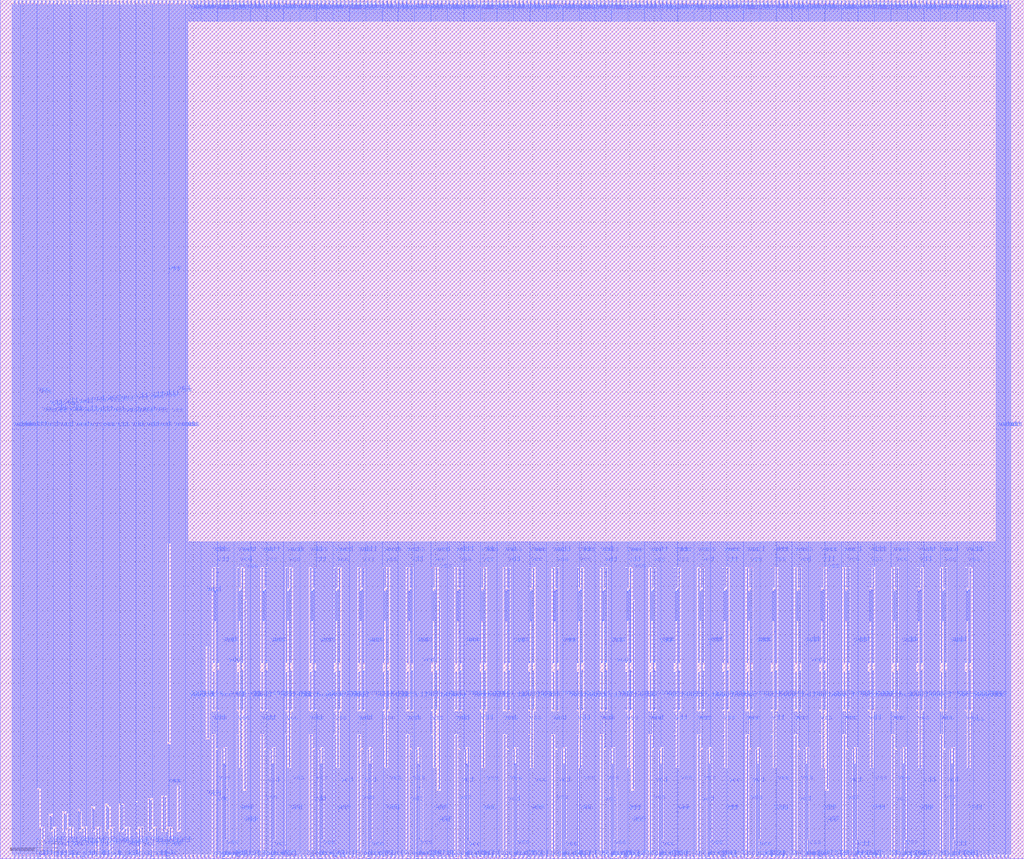
<source format=lef>
VERSION 5.8 ;
BUSBITCHARS "[]" ;
DIVIDERCHAR "/" ;

MACRO sramgen_sram_512x32m4w8_replica_v1
  CLASS BLOCK ;
  ORIGIN 79.615 342.35 ;
  FOREIGN sramgen_sram_512x32m4w8_replica_v1 -79.615 -342.35 ;
  SIZE 422.075 BY 354.065 ;
  SYMMETRY X Y R90 ;
  PIN vdd
    DIRECTION INOUT ;
    USE POWER ;
    PORT
      LAYER met3 ;
        RECT -73.8 -341.95 -73.4 11.315 ;
    END
    PORT
      LAYER met3 ;
        RECT -72.2 -341.95 -71.8 11.315 ;
    END
    PORT
      LAYER met3 ;
        RECT -70.6 -341.95 -70.2 11.315 ;
    END
    PORT
      LAYER met3 ;
        RECT -69 -341.95 -68.6 11.315 ;
    END
    PORT
      LAYER met3 ;
        RECT -67.4 -341.95 -67 11.315 ;
    END
    PORT
      LAYER met3 ;
        RECT -65.8 -341.95 -65.4 11.315 ;
    END
    PORT
      LAYER met3 ;
        RECT -64.2 -313.02 -63.8 11.315 ;
    END
    PORT
      LAYER met3 ;
        RECT -62.6 -328.92 -62.2 11.315 ;
    END
    PORT
      LAYER met3 ;
        RECT -61 -341.95 -60.6 11.315 ;
    END
    PORT
      LAYER met3 ;
        RECT -59.4 -323.62 -59 11.315 ;
    END
    PORT
      LAYER met3 ;
        RECT -59.4 -341.95 -59 -331.46 ;
    END
    PORT
      LAYER met3 ;
        RECT -57.8 -328.92 -57.4 11.315 ;
    END
    PORT
      LAYER met3 ;
        RECT -56.2 -328.92 -55.8 11.315 ;
    END
    PORT
      LAYER met3 ;
        RECT -56.2 -341.95 -55.8 -334.64 ;
    END
    PORT
      LAYER met3 ;
        RECT -54.6 -341.95 -54.2 11.315 ;
    END
    PORT
      LAYER met3 ;
        RECT -53 -322.56 -52.6 11.315 ;
    END
    PORT
      LAYER met3 ;
        RECT -53 -341.95 -52.6 -331.46 ;
    END
    PORT
      LAYER met3 ;
        RECT -51.4 -328.92 -51 11.315 ;
    END
    PORT
      LAYER met3 ;
        RECT -49.8 -328.92 -49.4 11.315 ;
    END
    PORT
      LAYER met3 ;
        RECT -49.8 -341.95 -49.4 -334.64 ;
    END
    PORT
      LAYER met3 ;
        RECT -48.2 -341.95 -47.8 11.315 ;
    END
    PORT
      LAYER met3 ;
        RECT -46.6 -322.56 -46.2 11.315 ;
    END
    PORT
      LAYER met3 ;
        RECT -46.6 -341.95 -46.2 -331.46 ;
    END
    PORT
      LAYER met3 ;
        RECT -45 -328.92 -44.6 11.315 ;
    END
    PORT
      LAYER met3 ;
        RECT -45 -341.95 -44.6 -334.64 ;
    END
    PORT
      LAYER met3 ;
        RECT -43.4 -341.95 -43 11.315 ;
    END
    PORT
      LAYER met3 ;
        RECT -41.8 -320.44 -41.4 11.315 ;
    END
    PORT
      LAYER met3 ;
        RECT -41.8 -341.95 -41.4 -331.46 ;
    END
    PORT
      LAYER met3 ;
        RECT -40.2 -328.92 -39.8 11.315 ;
    END
    PORT
      LAYER met3 ;
        RECT -38.6 -328.92 -38.2 11.315 ;
    END
    PORT
      LAYER met3 ;
        RECT -38.6 -341.95 -38.2 -334.64 ;
    END
    PORT
      LAYER met3 ;
        RECT -37 -341.95 -36.6 11.315 ;
    END
    PORT
      LAYER met3 ;
        RECT -35.4 -319.38 -35 11.315 ;
    END
    PORT
      LAYER met3 ;
        RECT -35.4 -341.95 -35 -331.46 ;
    END
    PORT
      LAYER met3 ;
        RECT -33.8 -328.92 -33.4 11.315 ;
    END
    PORT
      LAYER met3 ;
        RECT -32.2 -341.95 -31.8 11.315 ;
    END
    PORT
      LAYER met3 ;
        RECT -30.6 -319.38 -30.2 11.315 ;
    END
    PORT
      LAYER met3 ;
        RECT -30.6 -341.95 -30.2 -331.46 ;
    END
    PORT
      LAYER met3 ;
        RECT -29 -319.38 -28.6 11.315 ;
    END
    PORT
      LAYER met3 ;
        RECT -29 -341.95 -28.6 -331.46 ;
    END
    PORT
      LAYER met3 ;
        RECT -27.4 -328.92 -27 11.315 ;
    END
    PORT
      LAYER met3 ;
        RECT -27.4 -341.95 -27 -334.64 ;
    END
    PORT
      LAYER met3 ;
        RECT -25.8 -341.95 -25.4 11.315 ;
    END
    PORT
      LAYER met3 ;
        RECT -24.2 -318.32 -23.8 11.315 ;
    END
    PORT
      LAYER met3 ;
        RECT -24.2 -341.95 -23.8 -331.46 ;
    END
    PORT
      LAYER met3 ;
        RECT -22.6 -328.92 -22.2 11.315 ;
    END
    PORT
      LAYER met3 ;
        RECT -21 -328.92 -20.6 11.315 ;
    END
    PORT
      LAYER met3 ;
        RECT -21 -341.95 -20.6 -334.64 ;
    END
    PORT
      LAYER met3 ;
        RECT -19.4 -341.95 -19 11.315 ;
    END
    PORT
      LAYER met3 ;
        RECT -17.8 -317.26 -17.4 11.315 ;
    END
    PORT
      LAYER met3 ;
        RECT -17.8 -341.95 -17.4 -331.46 ;
    END
    PORT
      LAYER met3 ;
        RECT -16.2 -328.92 -15.8 11.315 ;
    END
    PORT
      LAYER met3 ;
        RECT -14.6 -341.95 -14.2 11.315 ;
    END
    PORT
      LAYER met3 ;
        RECT -13 -316.2 -12.6 11.315 ;
    END
    PORT
      LAYER met3 ;
        RECT -13 -341.95 -12.6 -331.46 ;
    END
    PORT
      LAYER met3 ;
        RECT -11.4 -316.2 -11 11.315 ;
    END
    PORT
      LAYER met3 ;
        RECT -11.4 -341.95 -11 -331.46 ;
    END
    PORT
      LAYER met3 ;
        RECT -9.8 -212.32 -9.4 11.315 ;
    END
    PORT
      LAYER met3 ;
        RECT -9.8 -328.92 -9.4 -295.42 ;
    END
    PORT
      LAYER met3 ;
        RECT -9.8 -341.95 -9.4 -334.64 ;
    END
    PORT
      LAYER met3 ;
        RECT -8.2 -341.95 -7.8 11.315 ;
    END
    PORT
      LAYER met3 ;
        RECT -6.6 -311.96 -6.2 11.315 ;
    END
    PORT
      LAYER met3 ;
        RECT -6.6 -341.95 -6.2 -331.46 ;
    END
    PORT
      LAYER met3 ;
        RECT -5 -341.95 -4.6 11.315 ;
    END
    PORT
      LAYER met3 ;
        RECT -3.4 -341.95 -3 11.315 ;
    END
    PORT
      LAYER met3 ;
        RECT -1.8 2.86 -1.4 11.315 ;
    END
    PORT
      LAYER met3 ;
        RECT -1.8 -341.95 -1.4 -211.68 ;
    END
    PORT
      LAYER met3 ;
        RECT -0.2 2.86 0.2 11.315 ;
    END
    PORT
      LAYER met3 ;
        RECT -0.2 -341.95 0.2 -211.68 ;
    END
    PORT
      LAYER met3 ;
        RECT 1.4 2.86 1.8 11.315 ;
    END
    PORT
      LAYER met3 ;
        RECT 1.4 -341.95 1.8 -211.68 ;
    END
    PORT
      LAYER met3 ;
        RECT 3 2.86 3.4 11.315 ;
    END
    PORT
      LAYER met3 ;
        RECT 3 -341.95 3.4 -211.68 ;
    END
    PORT
      LAYER met3 ;
        RECT 4.6 2.86 5 11.315 ;
    END
    PORT
      LAYER met3 ;
        RECT 4.6 -341.95 5 -211.68 ;
    END
    PORT
      LAYER met3 ;
        RECT 6.2 2.86 6.6 11.315 ;
    END
    PORT
      LAYER met3 ;
        RECT 6.2 -254.72 6.6 -211.68 ;
    END
    PORT
      LAYER met3 ;
        RECT 6.2 -341.95 6.6 -293.3 ;
    END
    PORT
      LAYER met3 ;
        RECT 7.8 2.86 8.2 11.315 ;
    END
    PORT
      LAYER met3 ;
        RECT 7.8 -221.86 8.2 -211.68 ;
    END
    PORT
      LAYER met3 ;
        RECT 7.8 -290.76 8.2 -281.64 ;
    END
    PORT
      LAYER met3 ;
        RECT 9.4 2.86 9.8 11.315 ;
    END
    PORT
      LAYER met3 ;
        RECT 9.4 -230.34 9.8 -211.68 ;
    END
    PORT
      LAYER met3 ;
        RECT 9.4 -341.95 9.8 -297.54 ;
    END
    PORT
      LAYER met3 ;
        RECT 11 2.86 11.4 11.315 ;
    END
    PORT
      LAYER met3 ;
        RECT 11 -341.95 11.4 -211.68 ;
    END
    PORT
      LAYER met3 ;
        RECT 12.6 2.86 13 11.315 ;
    END
    PORT
      LAYER met3 ;
        RECT 12.6 -296.06 13 -211.68 ;
    END
    PORT
      LAYER met3 ;
        RECT 14.2 2.86 14.6 11.315 ;
    END
    PORT
      LAYER met3 ;
        RECT 14.2 -313.02 14.6 -211.68 ;
    END
    PORT
      LAYER met3 ;
        RECT 15.8 2.86 16.2 11.315 ;
    END
    PORT
      LAYER met3 ;
        RECT 15.8 -341.95 16.2 -211.68 ;
    END
    PORT
      LAYER met3 ;
        RECT 17.4 2.86 17.8 11.315 ;
    END
    PORT
      LAYER met3 ;
        RECT 17.4 -341.95 17.8 -211.68 ;
    END
    PORT
      LAYER met3 ;
        RECT 19 2.86 19.4 11.315 ;
    END
    PORT
      LAYER met3 ;
        RECT 19 -230.34 19.4 -211.68 ;
    END
    PORT
      LAYER met3 ;
        RECT 19 -341.95 19.4 -304.96 ;
    END
    PORT
      LAYER met3 ;
        RECT 20.6 2.86 21 11.315 ;
    END
    PORT
      LAYER met3 ;
        RECT 20.6 -221.86 21 -211.68 ;
    END
    PORT
      LAYER met3 ;
        RECT 20.6 -341.95 21 -314.5 ;
    END
    PORT
      LAYER met3 ;
        RECT 22.2 2.86 22.6 11.315 ;
    END
    PORT
      LAYER met3 ;
        RECT 22.2 -341.95 22.6 -211.68 ;
    END
    PORT
      LAYER met3 ;
        RECT 23.8 2.86 24.2 11.315 ;
    END
    PORT
      LAYER met3 ;
        RECT 23.8 -341.95 24.2 -211.68 ;
    END
    PORT
      LAYER met3 ;
        RECT 25.4 2.86 25.8 11.315 ;
    END
    PORT
      LAYER met3 ;
        RECT 25.4 -341.95 25.8 -211.68 ;
    END
    PORT
      LAYER met3 ;
        RECT 27 2.86 27.4 11.315 ;
    END
    PORT
      LAYER met3 ;
        RECT 27 -341.95 27.4 -211.68 ;
    END
    PORT
      LAYER met3 ;
        RECT 28.6 2.86 29 11.315 ;
    END
    PORT
      LAYER met3 ;
        RECT 28.6 -221.86 29 -211.68 ;
    END
    PORT
      LAYER met3 ;
        RECT 28.6 -290.76 29 -281.64 ;
    END
    PORT
      LAYER met3 ;
        RECT 30.2 2.86 30.6 11.315 ;
    END
    PORT
      LAYER met3 ;
        RECT 30.2 -221.86 30.6 -211.68 ;
    END
    PORT
      LAYER met3 ;
        RECT 30.2 -341.95 30.6 -281.64 ;
    END
    PORT
      LAYER met3 ;
        RECT 31.8 2.86 32.2 11.315 ;
    END
    PORT
      LAYER met3 ;
        RECT 31.8 -297.12 32.2 -211.68 ;
    END
    PORT
      LAYER met3 ;
        RECT 33.4 2.86 33.8 11.315 ;
    END
    PORT
      LAYER met3 ;
        RECT 33.4 -296.06 33.8 -211.68 ;
    END
    PORT
      LAYER met3 ;
        RECT 33.4 -341.95 33.8 -334.64 ;
    END
    PORT
      LAYER met3 ;
        RECT 35 2.86 35.4 11.315 ;
    END
    PORT
      LAYER met3 ;
        RECT 35 -341.95 35.4 -211.68 ;
    END
    PORT
      LAYER met3 ;
        RECT 36.6 2.86 37 11.315 ;
    END
    PORT
      LAYER met3 ;
        RECT 36.6 -341.95 37 -211.68 ;
    END
    PORT
      LAYER met3 ;
        RECT 38.2 2.86 38.6 11.315 ;
    END
    PORT
      LAYER met3 ;
        RECT 38.2 -221.86 38.6 -211.68 ;
    END
    PORT
      LAYER met3 ;
        RECT 38.2 -290.76 38.6 -281.64 ;
    END
    PORT
      LAYER met3 ;
        RECT 39.8 2.86 40.2 11.315 ;
    END
    PORT
      LAYER met3 ;
        RECT 39.8 -221.86 40.2 -211.68 ;
    END
    PORT
      LAYER met3 ;
        RECT 39.8 -341.95 40.2 -304.96 ;
    END
    PORT
      LAYER met3 ;
        RECT 41.4 2.86 41.8 11.315 ;
    END
    PORT
      LAYER met3 ;
        RECT 41.4 -341.95 41.8 -211.68 ;
    END
    PORT
      LAYER met3 ;
        RECT 43 2.86 43.4 11.315 ;
    END
    PORT
      LAYER met3 ;
        RECT 43 -341.95 43.4 -211.68 ;
    END
    PORT
      LAYER met3 ;
        RECT 44.6 2.86 45 11.315 ;
    END
    PORT
      LAYER met3 ;
        RECT 44.6 -341.95 45 -211.68 ;
    END
    PORT
      LAYER met3 ;
        RECT 46.2 2.86 46.6 11.315 ;
    END
    PORT
      LAYER met3 ;
        RECT 46.2 -341.95 46.6 -211.68 ;
    END
    PORT
      LAYER met3 ;
        RECT 47.8 2.86 48.2 11.315 ;
    END
    PORT
      LAYER met3 ;
        RECT 47.8 -221.86 48.2 -211.68 ;
    END
    PORT
      LAYER met3 ;
        RECT 47.8 -290.76 48.2 -281.64 ;
    END
    PORT
      LAYER met3 ;
        RECT 49.4 2.86 49.8 11.315 ;
    END
    PORT
      LAYER met3 ;
        RECT 49.4 -230.34 49.8 -211.68 ;
    END
    PORT
      LAYER met3 ;
        RECT 49.4 -341.95 49.8 -297.54 ;
    END
    PORT
      LAYER met3 ;
        RECT 51 2.86 51.4 11.315 ;
    END
    PORT
      LAYER met3 ;
        RECT 51 -341.95 51.4 -211.68 ;
    END
    PORT
      LAYER met3 ;
        RECT 52.6 2.86 53 11.315 ;
    END
    PORT
      LAYER met3 ;
        RECT 52.6 -296.06 53 -211.68 ;
    END
    PORT
      LAYER met3 ;
        RECT 54.2 2.86 54.6 11.315 ;
    END
    PORT
      LAYER met3 ;
        RECT 54.2 -341.95 54.6 -211.68 ;
    END
    PORT
      LAYER met3 ;
        RECT 55.8 2.86 56.2 11.315 ;
    END
    PORT
      LAYER met3 ;
        RECT 55.8 -341.95 56.2 -211.68 ;
    END
    PORT
      LAYER met3 ;
        RECT 57.4 2.86 57.8 11.315 ;
    END
    PORT
      LAYER met3 ;
        RECT 57.4 -341.95 57.8 -211.68 ;
    END
    PORT
      LAYER met3 ;
        RECT 59 2.86 59.4 11.315 ;
    END
    PORT
      LAYER met3 ;
        RECT 59 -230.34 59.4 -211.68 ;
    END
    PORT
      LAYER met3 ;
        RECT 59 -341.95 59.4 -304.96 ;
    END
    PORT
      LAYER met3 ;
        RECT 60.6 2.86 61 11.315 ;
    END
    PORT
      LAYER met3 ;
        RECT 60.6 -221.86 61 -211.68 ;
    END
    PORT
      LAYER met3 ;
        RECT 60.6 -341.95 61 -281.64 ;
    END
    PORT
      LAYER met3 ;
        RECT 62.2 2.86 62.6 11.315 ;
    END
    PORT
      LAYER met3 ;
        RECT 62.2 -341.95 62.6 -211.68 ;
    END
    PORT
      LAYER met3 ;
        RECT 63.8 2.86 64.2 11.315 ;
    END
    PORT
      LAYER met3 ;
        RECT 63.8 -341.95 64.2 -211.68 ;
    END
    PORT
      LAYER met3 ;
        RECT 65.4 2.86 65.8 11.315 ;
    END
    PORT
      LAYER met3 ;
        RECT 65.4 -341.95 65.8 -211.68 ;
    END
    PORT
      LAYER met3 ;
        RECT 67 2.86 67.4 11.315 ;
    END
    PORT
      LAYER met3 ;
        RECT 67 -341.95 67.4 -211.68 ;
    END
    PORT
      LAYER met3 ;
        RECT 68.6 2.86 69 11.315 ;
    END
    PORT
      LAYER met3 ;
        RECT 68.6 -221.86 69 -211.68 ;
    END
    PORT
      LAYER met3 ;
        RECT 68.6 -290.76 69 -281.64 ;
    END
    PORT
      LAYER met3 ;
        RECT 70.2 2.86 70.6 11.315 ;
    END
    PORT
      LAYER met3 ;
        RECT 70.2 -221.86 70.6 -211.68 ;
    END
    PORT
      LAYER met3 ;
        RECT 70.2 -341.95 70.6 -281.64 ;
    END
    PORT
      LAYER met3 ;
        RECT 71.8 2.86 72.2 11.315 ;
    END
    PORT
      LAYER met3 ;
        RECT 71.8 -297.12 72.2 -211.68 ;
    END
    PORT
      LAYER met3 ;
        RECT 73.4 2.86 73.8 11.315 ;
    END
    PORT
      LAYER met3 ;
        RECT 73.4 -296.06 73.8 -211.68 ;
    END
    PORT
      LAYER met3 ;
        RECT 73.4 -341.95 73.8 -334.64 ;
    END
    PORT
      LAYER met3 ;
        RECT 75 2.86 75.4 11.315 ;
    END
    PORT
      LAYER met3 ;
        RECT 75 -341.95 75.4 -211.68 ;
    END
    PORT
      LAYER met3 ;
        RECT 76.6 2.86 77 11.315 ;
    END
    PORT
      LAYER met3 ;
        RECT 76.6 -341.95 77 -211.68 ;
    END
    PORT
      LAYER met3 ;
        RECT 78.2 2.86 78.6 11.315 ;
    END
    PORT
      LAYER met3 ;
        RECT 78.2 -221.86 78.6 -211.68 ;
    END
    PORT
      LAYER met3 ;
        RECT 78.2 -290.76 78.6 -281.64 ;
    END
    PORT
      LAYER met3 ;
        RECT 79.8 2.86 80.2 11.315 ;
    END
    PORT
      LAYER met3 ;
        RECT 79.8 -221.86 80.2 -211.68 ;
    END
    PORT
      LAYER met3 ;
        RECT 79.8 -341.95 80.2 -304.96 ;
    END
    PORT
      LAYER met3 ;
        RECT 81.4 2.86 81.8 11.315 ;
    END
    PORT
      LAYER met3 ;
        RECT 81.4 -341.95 81.8 -211.68 ;
    END
    PORT
      LAYER met3 ;
        RECT 83 2.86 83.4 11.315 ;
    END
    PORT
      LAYER met3 ;
        RECT 83 -341.95 83.4 -211.68 ;
    END
    PORT
      LAYER met3 ;
        RECT 84.6 2.86 85 11.315 ;
    END
    PORT
      LAYER met3 ;
        RECT 84.6 -341.95 85 -211.68 ;
    END
    PORT
      LAYER met3 ;
        RECT 86.2 2.86 86.6 11.315 ;
    END
    PORT
      LAYER met3 ;
        RECT 86.2 -341.95 86.6 -211.68 ;
    END
    PORT
      LAYER met3 ;
        RECT 87.8 2.86 88.2 11.315 ;
    END
    PORT
      LAYER met3 ;
        RECT 87.8 -221.86 88.2 -211.68 ;
    END
    PORT
      LAYER met3 ;
        RECT 87.8 -290.76 88.2 -281.64 ;
    END
    PORT
      LAYER met3 ;
        RECT 89.4 2.86 89.8 11.315 ;
    END
    PORT
      LAYER met3 ;
        RECT 89.4 -230.34 89.8 -211.68 ;
    END
    PORT
      LAYER met3 ;
        RECT 89.4 -341.95 89.8 -297.54 ;
    END
    PORT
      LAYER met3 ;
        RECT 91 2.86 91.4 11.315 ;
    END
    PORT
      LAYER met3 ;
        RECT 91 -341.95 91.4 -211.68 ;
    END
    PORT
      LAYER met3 ;
        RECT 92.6 2.86 93 11.315 ;
    END
    PORT
      LAYER met3 ;
        RECT 92.6 -296.06 93 -211.68 ;
    END
    PORT
      LAYER met3 ;
        RECT 94.2 2.86 94.6 11.315 ;
    END
    PORT
      LAYER met3 ;
        RECT 94.2 -313.02 94.6 -211.68 ;
    END
    PORT
      LAYER met3 ;
        RECT 95.8 2.86 96.2 11.315 ;
    END
    PORT
      LAYER met3 ;
        RECT 95.8 -341.95 96.2 -211.68 ;
    END
    PORT
      LAYER met3 ;
        RECT 97.4 2.86 97.8 11.315 ;
    END
    PORT
      LAYER met3 ;
        RECT 97.4 -341.95 97.8 -211.68 ;
    END
    PORT
      LAYER met3 ;
        RECT 99 2.86 99.4 11.315 ;
    END
    PORT
      LAYER met3 ;
        RECT 99 -230.34 99.4 -211.68 ;
    END
    PORT
      LAYER met3 ;
        RECT 99 -341.95 99.4 -304.96 ;
    END
    PORT
      LAYER met3 ;
        RECT 100.6 2.86 101 11.315 ;
    END
    PORT
      LAYER met3 ;
        RECT 100.6 -221.86 101 -211.68 ;
    END
    PORT
      LAYER met3 ;
        RECT 100.6 -341.95 101 -314.5 ;
    END
    PORT
      LAYER met3 ;
        RECT 102.2 2.86 102.6 11.315 ;
    END
    PORT
      LAYER met3 ;
        RECT 102.2 -341.95 102.6 -211.68 ;
    END
    PORT
      LAYER met3 ;
        RECT 103.8 2.86 104.2 11.315 ;
    END
    PORT
      LAYER met3 ;
        RECT 103.8 -341.95 104.2 -211.68 ;
    END
    PORT
      LAYER met3 ;
        RECT 105.4 2.86 105.8 11.315 ;
    END
    PORT
      LAYER met3 ;
        RECT 105.4 -341.95 105.8 -211.68 ;
    END
    PORT
      LAYER met3 ;
        RECT 107 2.86 107.4 11.315 ;
    END
    PORT
      LAYER met3 ;
        RECT 107 -341.95 107.4 -211.68 ;
    END
    PORT
      LAYER met3 ;
        RECT 108.6 2.86 109 11.315 ;
    END
    PORT
      LAYER met3 ;
        RECT 108.6 -221.86 109 -211.68 ;
    END
    PORT
      LAYER met3 ;
        RECT 108.6 -290.76 109 -281.64 ;
    END
    PORT
      LAYER met3 ;
        RECT 110.2 2.86 110.6 11.315 ;
    END
    PORT
      LAYER met3 ;
        RECT 110.2 -221.86 110.6 -211.68 ;
    END
    PORT
      LAYER met3 ;
        RECT 110.2 -341.95 110.6 -281.64 ;
    END
    PORT
      LAYER met3 ;
        RECT 111.8 2.86 112.2 11.315 ;
    END
    PORT
      LAYER met3 ;
        RECT 111.8 -297.12 112.2 -211.68 ;
    END
    PORT
      LAYER met3 ;
        RECT 113.4 2.86 113.8 11.315 ;
    END
    PORT
      LAYER met3 ;
        RECT 113.4 -296.06 113.8 -211.68 ;
    END
    PORT
      LAYER met3 ;
        RECT 113.4 -341.95 113.8 -334.64 ;
    END
    PORT
      LAYER met3 ;
        RECT 115 2.86 115.4 11.315 ;
    END
    PORT
      LAYER met3 ;
        RECT 115 -341.95 115.4 -211.68 ;
    END
    PORT
      LAYER met3 ;
        RECT 116.6 2.86 117 11.315 ;
    END
    PORT
      LAYER met3 ;
        RECT 116.6 -341.95 117 -211.68 ;
    END
    PORT
      LAYER met3 ;
        RECT 118.2 2.86 118.6 11.315 ;
    END
    PORT
      LAYER met3 ;
        RECT 118.2 -221.86 118.6 -211.68 ;
    END
    PORT
      LAYER met3 ;
        RECT 118.2 -290.76 118.6 -281.64 ;
    END
    PORT
      LAYER met3 ;
        RECT 119.8 2.86 120.2 11.315 ;
    END
    PORT
      LAYER met3 ;
        RECT 119.8 -221.86 120.2 -211.68 ;
    END
    PORT
      LAYER met3 ;
        RECT 119.8 -341.95 120.2 -304.96 ;
    END
    PORT
      LAYER met3 ;
        RECT 121.4 2.86 121.8 11.315 ;
    END
    PORT
      LAYER met3 ;
        RECT 121.4 -341.95 121.8 -211.68 ;
    END
    PORT
      LAYER met3 ;
        RECT 123 2.86 123.4 11.315 ;
    END
    PORT
      LAYER met3 ;
        RECT 123 -341.95 123.4 -211.68 ;
    END
    PORT
      LAYER met3 ;
        RECT 124.6 2.86 125 11.315 ;
    END
    PORT
      LAYER met3 ;
        RECT 124.6 -341.95 125 -211.68 ;
    END
    PORT
      LAYER met3 ;
        RECT 126.2 2.86 126.6 11.315 ;
    END
    PORT
      LAYER met3 ;
        RECT 126.2 -341.95 126.6 -211.68 ;
    END
    PORT
      LAYER met3 ;
        RECT 127.8 2.86 128.2 11.315 ;
    END
    PORT
      LAYER met3 ;
        RECT 127.8 -221.86 128.2 -211.68 ;
    END
    PORT
      LAYER met3 ;
        RECT 127.8 -290.76 128.2 -281.64 ;
    END
    PORT
      LAYER met3 ;
        RECT 129.4 2.86 129.8 11.315 ;
    END
    PORT
      LAYER met3 ;
        RECT 129.4 -230.34 129.8 -211.68 ;
    END
    PORT
      LAYER met3 ;
        RECT 129.4 -341.95 129.8 -297.54 ;
    END
    PORT
      LAYER met3 ;
        RECT 131 2.86 131.4 11.315 ;
    END
    PORT
      LAYER met3 ;
        RECT 131 -341.95 131.4 -211.68 ;
    END
    PORT
      LAYER met3 ;
        RECT 132.6 2.86 133 11.315 ;
    END
    PORT
      LAYER met3 ;
        RECT 132.6 -296.06 133 -211.68 ;
    END
    PORT
      LAYER met3 ;
        RECT 134.2 2.86 134.6 11.315 ;
    END
    PORT
      LAYER met3 ;
        RECT 134.2 -341.95 134.6 -211.68 ;
    END
    PORT
      LAYER met3 ;
        RECT 135.8 2.86 136.2 11.315 ;
    END
    PORT
      LAYER met3 ;
        RECT 135.8 -341.95 136.2 -211.68 ;
    END
    PORT
      LAYER met3 ;
        RECT 137.4 2.86 137.8 11.315 ;
    END
    PORT
      LAYER met3 ;
        RECT 137.4 -341.95 137.8 -211.68 ;
    END
    PORT
      LAYER met3 ;
        RECT 139 2.86 139.4 11.315 ;
    END
    PORT
      LAYER met3 ;
        RECT 139 -230.34 139.4 -211.68 ;
    END
    PORT
      LAYER met3 ;
        RECT 139 -341.95 139.4 -304.96 ;
    END
    PORT
      LAYER met3 ;
        RECT 140.6 2.86 141 11.315 ;
    END
    PORT
      LAYER met3 ;
        RECT 140.6 -221.86 141 -211.68 ;
    END
    PORT
      LAYER met3 ;
        RECT 140.6 -341.95 141 -281.64 ;
    END
    PORT
      LAYER met3 ;
        RECT 142.2 2.86 142.6 11.315 ;
    END
    PORT
      LAYER met3 ;
        RECT 142.2 -341.95 142.6 -211.68 ;
    END
    PORT
      LAYER met3 ;
        RECT 143.8 2.86 144.2 11.315 ;
    END
    PORT
      LAYER met3 ;
        RECT 143.8 -341.95 144.2 -211.68 ;
    END
    PORT
      LAYER met3 ;
        RECT 145.4 2.86 145.8 11.315 ;
    END
    PORT
      LAYER met3 ;
        RECT 145.4 -341.95 145.8 -211.68 ;
    END
    PORT
      LAYER met3 ;
        RECT 147 2.86 147.4 11.315 ;
    END
    PORT
      LAYER met3 ;
        RECT 147 -341.95 147.4 -211.68 ;
    END
    PORT
      LAYER met3 ;
        RECT 148.6 2.86 149 11.315 ;
    END
    PORT
      LAYER met3 ;
        RECT 148.6 -221.86 149 -211.68 ;
    END
    PORT
      LAYER met3 ;
        RECT 148.6 -290.76 149 -281.64 ;
    END
    PORT
      LAYER met3 ;
        RECT 150.2 2.86 150.6 11.315 ;
    END
    PORT
      LAYER met3 ;
        RECT 150.2 -221.86 150.6 -211.68 ;
    END
    PORT
      LAYER met3 ;
        RECT 150.2 -341.95 150.6 -281.64 ;
    END
    PORT
      LAYER met3 ;
        RECT 151.8 2.86 152.2 11.315 ;
    END
    PORT
      LAYER met3 ;
        RECT 151.8 -297.12 152.2 -211.68 ;
    END
    PORT
      LAYER met3 ;
        RECT 153.4 2.86 153.8 11.315 ;
    END
    PORT
      LAYER met3 ;
        RECT 153.4 -296.06 153.8 -211.68 ;
    END
    PORT
      LAYER met3 ;
        RECT 153.4 -341.95 153.8 -334.64 ;
    END
    PORT
      LAYER met3 ;
        RECT 155 2.86 155.4 11.315 ;
    END
    PORT
      LAYER met3 ;
        RECT 155 -341.95 155.4 -211.68 ;
    END
    PORT
      LAYER met3 ;
        RECT 156.6 2.86 157 11.315 ;
    END
    PORT
      LAYER met3 ;
        RECT 156.6 -341.95 157 -211.68 ;
    END
    PORT
      LAYER met3 ;
        RECT 158.2 2.86 158.6 11.315 ;
    END
    PORT
      LAYER met3 ;
        RECT 158.2 -221.86 158.6 -211.68 ;
    END
    PORT
      LAYER met3 ;
        RECT 158.2 -290.76 158.6 -281.64 ;
    END
    PORT
      LAYER met3 ;
        RECT 159.8 2.86 160.2 11.315 ;
    END
    PORT
      LAYER met3 ;
        RECT 159.8 -221.86 160.2 -211.68 ;
    END
    PORT
      LAYER met3 ;
        RECT 159.8 -341.95 160.2 -304.96 ;
    END
    PORT
      LAYER met3 ;
        RECT 161.4 2.86 161.8 11.315 ;
    END
    PORT
      LAYER met3 ;
        RECT 161.4 -341.95 161.8 -211.68 ;
    END
    PORT
      LAYER met3 ;
        RECT 163 2.86 163.4 11.315 ;
    END
    PORT
      LAYER met3 ;
        RECT 163 -341.95 163.4 -211.68 ;
    END
    PORT
      LAYER met3 ;
        RECT 164.6 2.86 165 11.315 ;
    END
    PORT
      LAYER met3 ;
        RECT 164.6 -341.95 165 -211.68 ;
    END
    PORT
      LAYER met3 ;
        RECT 166.2 2.86 166.6 11.315 ;
    END
    PORT
      LAYER met3 ;
        RECT 166.2 -341.95 166.6 -211.68 ;
    END
    PORT
      LAYER met3 ;
        RECT 167.8 2.86 168.2 11.315 ;
    END
    PORT
      LAYER met3 ;
        RECT 167.8 -221.86 168.2 -211.68 ;
    END
    PORT
      LAYER met3 ;
        RECT 167.8 -290.76 168.2 -281.64 ;
    END
    PORT
      LAYER met3 ;
        RECT 169.4 2.86 169.8 11.315 ;
    END
    PORT
      LAYER met3 ;
        RECT 169.4 -230.34 169.8 -211.68 ;
    END
    PORT
      LAYER met3 ;
        RECT 169.4 -341.95 169.8 -297.54 ;
    END
    PORT
      LAYER met3 ;
        RECT 171 2.86 171.4 11.315 ;
    END
    PORT
      LAYER met3 ;
        RECT 171 -341.95 171.4 -211.68 ;
    END
    PORT
      LAYER met3 ;
        RECT 172.6 2.86 173 11.315 ;
    END
    PORT
      LAYER met3 ;
        RECT 172.6 -296.06 173 -211.68 ;
    END
    PORT
      LAYER met3 ;
        RECT 174.2 2.86 174.6 11.315 ;
    END
    PORT
      LAYER met3 ;
        RECT 174.2 -313.02 174.6 -211.68 ;
    END
    PORT
      LAYER met3 ;
        RECT 175.8 2.86 176.2 11.315 ;
    END
    PORT
      LAYER met3 ;
        RECT 175.8 -341.95 176.2 -211.68 ;
    END
    PORT
      LAYER met3 ;
        RECT 177.4 2.86 177.8 11.315 ;
    END
    PORT
      LAYER met3 ;
        RECT 177.4 -341.95 177.8 -211.68 ;
    END
    PORT
      LAYER met3 ;
        RECT 179 2.86 179.4 11.315 ;
    END
    PORT
      LAYER met3 ;
        RECT 179 -230.34 179.4 -211.68 ;
    END
    PORT
      LAYER met3 ;
        RECT 179 -341.95 179.4 -304.96 ;
    END
    PORT
      LAYER met3 ;
        RECT 180.6 2.86 181 11.315 ;
    END
    PORT
      LAYER met3 ;
        RECT 180.6 -221.86 181 -211.68 ;
    END
    PORT
      LAYER met3 ;
        RECT 180.6 -341.95 181 -314.5 ;
    END
    PORT
      LAYER met3 ;
        RECT 182.2 2.86 182.6 11.315 ;
    END
    PORT
      LAYER met3 ;
        RECT 182.2 -341.95 182.6 -211.68 ;
    END
    PORT
      LAYER met3 ;
        RECT 183.8 2.86 184.2 11.315 ;
    END
    PORT
      LAYER met3 ;
        RECT 183.8 -341.95 184.2 -211.68 ;
    END
    PORT
      LAYER met3 ;
        RECT 185.4 2.86 185.8 11.315 ;
    END
    PORT
      LAYER met3 ;
        RECT 185.4 -341.95 185.8 -211.68 ;
    END
    PORT
      LAYER met3 ;
        RECT 187 2.86 187.4 11.315 ;
    END
    PORT
      LAYER met3 ;
        RECT 187 -341.95 187.4 -211.68 ;
    END
    PORT
      LAYER met3 ;
        RECT 188.6 2.86 189 11.315 ;
    END
    PORT
      LAYER met3 ;
        RECT 188.6 -221.86 189 -211.68 ;
    END
    PORT
      LAYER met3 ;
        RECT 188.6 -290.76 189 -281.64 ;
    END
    PORT
      LAYER met3 ;
        RECT 190.2 2.86 190.6 11.315 ;
    END
    PORT
      LAYER met3 ;
        RECT 190.2 -221.86 190.6 -211.68 ;
    END
    PORT
      LAYER met3 ;
        RECT 190.2 -341.95 190.6 -281.64 ;
    END
    PORT
      LAYER met3 ;
        RECT 191.8 2.86 192.2 11.315 ;
    END
    PORT
      LAYER met3 ;
        RECT 191.8 -297.12 192.2 -211.68 ;
    END
    PORT
      LAYER met3 ;
        RECT 193.4 2.86 193.8 11.315 ;
    END
    PORT
      LAYER met3 ;
        RECT 193.4 -296.06 193.8 -211.68 ;
    END
    PORT
      LAYER met3 ;
        RECT 193.4 -341.95 193.8 -334.64 ;
    END
    PORT
      LAYER met3 ;
        RECT 195 2.86 195.4 11.315 ;
    END
    PORT
      LAYER met3 ;
        RECT 195 -341.95 195.4 -211.68 ;
    END
    PORT
      LAYER met3 ;
        RECT 196.6 2.86 197 11.315 ;
    END
    PORT
      LAYER met3 ;
        RECT 196.6 -341.95 197 -211.68 ;
    END
    PORT
      LAYER met3 ;
        RECT 198.2 2.86 198.6 11.315 ;
    END
    PORT
      LAYER met3 ;
        RECT 198.2 -221.86 198.6 -211.68 ;
    END
    PORT
      LAYER met3 ;
        RECT 198.2 -290.76 198.6 -281.64 ;
    END
    PORT
      LAYER met3 ;
        RECT 199.8 2.86 200.2 11.315 ;
    END
    PORT
      LAYER met3 ;
        RECT 199.8 -221.86 200.2 -211.68 ;
    END
    PORT
      LAYER met3 ;
        RECT 199.8 -341.95 200.2 -304.96 ;
    END
    PORT
      LAYER met3 ;
        RECT 201.4 2.86 201.8 11.315 ;
    END
    PORT
      LAYER met3 ;
        RECT 201.4 -341.95 201.8 -211.68 ;
    END
    PORT
      LAYER met3 ;
        RECT 203 2.86 203.4 11.315 ;
    END
    PORT
      LAYER met3 ;
        RECT 203 -341.95 203.4 -211.68 ;
    END
    PORT
      LAYER met3 ;
        RECT 204.6 2.86 205 11.315 ;
    END
    PORT
      LAYER met3 ;
        RECT 204.6 -341.95 205 -211.68 ;
    END
    PORT
      LAYER met3 ;
        RECT 206.2 2.86 206.6 11.315 ;
    END
    PORT
      LAYER met3 ;
        RECT 206.2 -341.95 206.6 -211.68 ;
    END
    PORT
      LAYER met3 ;
        RECT 207.8 2.86 208.2 11.315 ;
    END
    PORT
      LAYER met3 ;
        RECT 207.8 -221.86 208.2 -211.68 ;
    END
    PORT
      LAYER met3 ;
        RECT 207.8 -290.76 208.2 -281.64 ;
    END
    PORT
      LAYER met3 ;
        RECT 209.4 2.86 209.8 11.315 ;
    END
    PORT
      LAYER met3 ;
        RECT 209.4 -230.34 209.8 -211.68 ;
    END
    PORT
      LAYER met3 ;
        RECT 209.4 -341.95 209.8 -297.54 ;
    END
    PORT
      LAYER met3 ;
        RECT 211 2.86 211.4 11.315 ;
    END
    PORT
      LAYER met3 ;
        RECT 211 -341.95 211.4 -211.68 ;
    END
    PORT
      LAYER met3 ;
        RECT 212.6 2.86 213 11.315 ;
    END
    PORT
      LAYER met3 ;
        RECT 212.6 -296.06 213 -211.68 ;
    END
    PORT
      LAYER met3 ;
        RECT 214.2 2.86 214.6 11.315 ;
    END
    PORT
      LAYER met3 ;
        RECT 214.2 -341.95 214.6 -211.68 ;
    END
    PORT
      LAYER met3 ;
        RECT 215.8 2.86 216.2 11.315 ;
    END
    PORT
      LAYER met3 ;
        RECT 215.8 -341.95 216.2 -211.68 ;
    END
    PORT
      LAYER met3 ;
        RECT 217.4 2.86 217.8 11.315 ;
    END
    PORT
      LAYER met3 ;
        RECT 217.4 -341.95 217.8 -211.68 ;
    END
    PORT
      LAYER met3 ;
        RECT 219 2.86 219.4 11.315 ;
    END
    PORT
      LAYER met3 ;
        RECT 219 -230.34 219.4 -211.68 ;
    END
    PORT
      LAYER met3 ;
        RECT 219 -341.95 219.4 -304.96 ;
    END
    PORT
      LAYER met3 ;
        RECT 220.6 2.86 221 11.315 ;
    END
    PORT
      LAYER met3 ;
        RECT 220.6 -221.86 221 -211.68 ;
    END
    PORT
      LAYER met3 ;
        RECT 220.6 -341.95 221 -281.64 ;
    END
    PORT
      LAYER met3 ;
        RECT 222.2 2.86 222.6 11.315 ;
    END
    PORT
      LAYER met3 ;
        RECT 222.2 -341.95 222.6 -211.68 ;
    END
    PORT
      LAYER met3 ;
        RECT 223.8 2.86 224.2 11.315 ;
    END
    PORT
      LAYER met3 ;
        RECT 223.8 -341.95 224.2 -211.68 ;
    END
    PORT
      LAYER met3 ;
        RECT 225.4 2.86 225.8 11.315 ;
    END
    PORT
      LAYER met3 ;
        RECT 225.4 -341.95 225.8 -211.68 ;
    END
    PORT
      LAYER met3 ;
        RECT 227 2.86 227.4 11.315 ;
    END
    PORT
      LAYER met3 ;
        RECT 227 -341.95 227.4 -211.68 ;
    END
    PORT
      LAYER met3 ;
        RECT 228.6 2.86 229 11.315 ;
    END
    PORT
      LAYER met3 ;
        RECT 228.6 -221.86 229 -211.68 ;
    END
    PORT
      LAYER met3 ;
        RECT 228.6 -290.76 229 -281.64 ;
    END
    PORT
      LAYER met3 ;
        RECT 230.2 2.86 230.6 11.315 ;
    END
    PORT
      LAYER met3 ;
        RECT 230.2 -221.86 230.6 -211.68 ;
    END
    PORT
      LAYER met3 ;
        RECT 230.2 -341.95 230.6 -281.64 ;
    END
    PORT
      LAYER met3 ;
        RECT 231.8 2.86 232.2 11.315 ;
    END
    PORT
      LAYER met3 ;
        RECT 231.8 -297.12 232.2 -211.68 ;
    END
    PORT
      LAYER met3 ;
        RECT 233.4 2.86 233.8 11.315 ;
    END
    PORT
      LAYER met3 ;
        RECT 233.4 -296.06 233.8 -211.68 ;
    END
    PORT
      LAYER met3 ;
        RECT 233.4 -341.95 233.8 -334.64 ;
    END
    PORT
      LAYER met3 ;
        RECT 235 2.86 235.4 11.315 ;
    END
    PORT
      LAYER met3 ;
        RECT 235 -341.95 235.4 -211.68 ;
    END
    PORT
      LAYER met3 ;
        RECT 236.6 2.86 237 11.315 ;
    END
    PORT
      LAYER met3 ;
        RECT 236.6 -341.95 237 -211.68 ;
    END
    PORT
      LAYER met3 ;
        RECT 238.2 2.86 238.6 11.315 ;
    END
    PORT
      LAYER met3 ;
        RECT 238.2 -221.86 238.6 -211.68 ;
    END
    PORT
      LAYER met3 ;
        RECT 238.2 -290.76 238.6 -281.64 ;
    END
    PORT
      LAYER met3 ;
        RECT 239.8 2.86 240.2 11.315 ;
    END
    PORT
      LAYER met3 ;
        RECT 239.8 -221.86 240.2 -211.68 ;
    END
    PORT
      LAYER met3 ;
        RECT 239.8 -341.95 240.2 -304.96 ;
    END
    PORT
      LAYER met3 ;
        RECT 241.4 2.86 241.8 11.315 ;
    END
    PORT
      LAYER met3 ;
        RECT 241.4 -341.95 241.8 -211.68 ;
    END
    PORT
      LAYER met3 ;
        RECT 243 2.86 243.4 11.315 ;
    END
    PORT
      LAYER met3 ;
        RECT 243 -341.95 243.4 -211.68 ;
    END
    PORT
      LAYER met3 ;
        RECT 244.6 2.86 245 11.315 ;
    END
    PORT
      LAYER met3 ;
        RECT 244.6 -341.95 245 -211.68 ;
    END
    PORT
      LAYER met3 ;
        RECT 246.2 2.86 246.6 11.315 ;
    END
    PORT
      LAYER met3 ;
        RECT 246.2 -341.95 246.6 -211.68 ;
    END
    PORT
      LAYER met3 ;
        RECT 247.8 2.86 248.2 11.315 ;
    END
    PORT
      LAYER met3 ;
        RECT 247.8 -221.86 248.2 -211.68 ;
    END
    PORT
      LAYER met3 ;
        RECT 247.8 -290.76 248.2 -281.64 ;
    END
    PORT
      LAYER met3 ;
        RECT 249.4 2.86 249.8 11.315 ;
    END
    PORT
      LAYER met3 ;
        RECT 249.4 -230.34 249.8 -211.68 ;
    END
    PORT
      LAYER met3 ;
        RECT 249.4 -341.95 249.8 -297.54 ;
    END
    PORT
      LAYER met3 ;
        RECT 251 2.86 251.4 11.315 ;
    END
    PORT
      LAYER met3 ;
        RECT 251 -341.95 251.4 -211.68 ;
    END
    PORT
      LAYER met3 ;
        RECT 252.6 2.86 253 11.315 ;
    END
    PORT
      LAYER met3 ;
        RECT 252.6 -296.06 253 -211.68 ;
    END
    PORT
      LAYER met3 ;
        RECT 254.2 2.86 254.6 11.315 ;
    END
    PORT
      LAYER met3 ;
        RECT 254.2 -313.02 254.6 -211.68 ;
    END
    PORT
      LAYER met3 ;
        RECT 255.8 2.86 256.2 11.315 ;
    END
    PORT
      LAYER met3 ;
        RECT 255.8 -341.95 256.2 -211.68 ;
    END
    PORT
      LAYER met3 ;
        RECT 257.4 2.86 257.8 11.315 ;
    END
    PORT
      LAYER met3 ;
        RECT 257.4 -341.95 257.8 -211.68 ;
    END
    PORT
      LAYER met3 ;
        RECT 259 2.86 259.4 11.315 ;
    END
    PORT
      LAYER met3 ;
        RECT 259 -230.34 259.4 -211.68 ;
    END
    PORT
      LAYER met3 ;
        RECT 259 -341.95 259.4 -304.96 ;
    END
    PORT
      LAYER met3 ;
        RECT 260.6 2.86 261 11.315 ;
    END
    PORT
      LAYER met3 ;
        RECT 260.6 -221.86 261 -211.68 ;
    END
    PORT
      LAYER met3 ;
        RECT 260.6 -341.95 261 -314.5 ;
    END
    PORT
      LAYER met3 ;
        RECT 262.2 2.86 262.6 11.315 ;
    END
    PORT
      LAYER met3 ;
        RECT 262.2 -341.95 262.6 -211.68 ;
    END
    PORT
      LAYER met3 ;
        RECT 263.8 2.86 264.2 11.315 ;
    END
    PORT
      LAYER met3 ;
        RECT 263.8 -341.95 264.2 -211.68 ;
    END
    PORT
      LAYER met3 ;
        RECT 265.4 2.86 265.8 11.315 ;
    END
    PORT
      LAYER met3 ;
        RECT 265.4 -341.95 265.8 -211.68 ;
    END
    PORT
      LAYER met3 ;
        RECT 267 2.86 267.4 11.315 ;
    END
    PORT
      LAYER met3 ;
        RECT 267 -341.95 267.4 -211.68 ;
    END
    PORT
      LAYER met3 ;
        RECT 268.6 2.86 269 11.315 ;
    END
    PORT
      LAYER met3 ;
        RECT 268.6 -221.86 269 -211.68 ;
    END
    PORT
      LAYER met3 ;
        RECT 268.6 -290.76 269 -281.64 ;
    END
    PORT
      LAYER met3 ;
        RECT 270.2 2.86 270.6 11.315 ;
    END
    PORT
      LAYER met3 ;
        RECT 270.2 -221.86 270.6 -211.68 ;
    END
    PORT
      LAYER met3 ;
        RECT 270.2 -341.95 270.6 -281.64 ;
    END
    PORT
      LAYER met3 ;
        RECT 271.8 2.86 272.2 11.315 ;
    END
    PORT
      LAYER met3 ;
        RECT 271.8 -297.12 272.2 -211.68 ;
    END
    PORT
      LAYER met3 ;
        RECT 273.4 2.86 273.8 11.315 ;
    END
    PORT
      LAYER met3 ;
        RECT 273.4 -296.06 273.8 -211.68 ;
    END
    PORT
      LAYER met3 ;
        RECT 273.4 -341.95 273.8 -334.64 ;
    END
    PORT
      LAYER met3 ;
        RECT 275 2.86 275.4 11.315 ;
    END
    PORT
      LAYER met3 ;
        RECT 275 -341.95 275.4 -211.68 ;
    END
    PORT
      LAYER met3 ;
        RECT 276.6 2.86 277 11.315 ;
    END
    PORT
      LAYER met3 ;
        RECT 276.6 -341.95 277 -211.68 ;
    END
    PORT
      LAYER met3 ;
        RECT 278.2 2.86 278.6 11.315 ;
    END
    PORT
      LAYER met3 ;
        RECT 278.2 -221.86 278.6 -211.68 ;
    END
    PORT
      LAYER met3 ;
        RECT 278.2 -290.76 278.6 -281.64 ;
    END
    PORT
      LAYER met3 ;
        RECT 279.8 2.86 280.2 11.315 ;
    END
    PORT
      LAYER met3 ;
        RECT 279.8 -221.86 280.2 -211.68 ;
    END
    PORT
      LAYER met3 ;
        RECT 279.8 -341.95 280.2 -304.96 ;
    END
    PORT
      LAYER met3 ;
        RECT 281.4 2.86 281.8 11.315 ;
    END
    PORT
      LAYER met3 ;
        RECT 281.4 -341.95 281.8 -211.68 ;
    END
    PORT
      LAYER met3 ;
        RECT 283 2.86 283.4 11.315 ;
    END
    PORT
      LAYER met3 ;
        RECT 283 -341.95 283.4 -211.68 ;
    END
    PORT
      LAYER met3 ;
        RECT 284.6 2.86 285 11.315 ;
    END
    PORT
      LAYER met3 ;
        RECT 284.6 -341.95 285 -211.68 ;
    END
    PORT
      LAYER met3 ;
        RECT 286.2 2.86 286.6 11.315 ;
    END
    PORT
      LAYER met3 ;
        RECT 286.2 -341.95 286.6 -211.68 ;
    END
    PORT
      LAYER met3 ;
        RECT 287.8 2.86 288.2 11.315 ;
    END
    PORT
      LAYER met3 ;
        RECT 287.8 -221.86 288.2 -211.68 ;
    END
    PORT
      LAYER met3 ;
        RECT 287.8 -290.76 288.2 -281.64 ;
    END
    PORT
      LAYER met3 ;
        RECT 289.4 2.86 289.8 11.315 ;
    END
    PORT
      LAYER met3 ;
        RECT 289.4 -230.34 289.8 -211.68 ;
    END
    PORT
      LAYER met3 ;
        RECT 289.4 -341.95 289.8 -297.54 ;
    END
    PORT
      LAYER met3 ;
        RECT 291 2.86 291.4 11.315 ;
    END
    PORT
      LAYER met3 ;
        RECT 291 -341.95 291.4 -211.68 ;
    END
    PORT
      LAYER met3 ;
        RECT 292.6 2.86 293 11.315 ;
    END
    PORT
      LAYER met3 ;
        RECT 292.6 -296.06 293 -211.68 ;
    END
    PORT
      LAYER met3 ;
        RECT 294.2 2.86 294.6 11.315 ;
    END
    PORT
      LAYER met3 ;
        RECT 294.2 -341.95 294.6 -211.68 ;
    END
    PORT
      LAYER met3 ;
        RECT 295.8 2.86 296.2 11.315 ;
    END
    PORT
      LAYER met3 ;
        RECT 295.8 -341.95 296.2 -211.68 ;
    END
    PORT
      LAYER met3 ;
        RECT 297.4 2.86 297.8 11.315 ;
    END
    PORT
      LAYER met3 ;
        RECT 297.4 -341.95 297.8 -211.68 ;
    END
    PORT
      LAYER met3 ;
        RECT 299 2.86 299.4 11.315 ;
    END
    PORT
      LAYER met3 ;
        RECT 299 -230.34 299.4 -211.68 ;
    END
    PORT
      LAYER met3 ;
        RECT 299 -341.95 299.4 -304.96 ;
    END
    PORT
      LAYER met3 ;
        RECT 300.6 2.86 301 11.315 ;
    END
    PORT
      LAYER met3 ;
        RECT 300.6 -221.86 301 -211.68 ;
    END
    PORT
      LAYER met3 ;
        RECT 300.6 -341.95 301 -281.64 ;
    END
    PORT
      LAYER met3 ;
        RECT 302.2 2.86 302.6 11.315 ;
    END
    PORT
      LAYER met3 ;
        RECT 302.2 -341.95 302.6 -211.68 ;
    END
    PORT
      LAYER met3 ;
        RECT 303.8 2.86 304.2 11.315 ;
    END
    PORT
      LAYER met3 ;
        RECT 303.8 -341.95 304.2 -211.68 ;
    END
    PORT
      LAYER met3 ;
        RECT 305.4 2.86 305.8 11.315 ;
    END
    PORT
      LAYER met3 ;
        RECT 305.4 -341.95 305.8 -211.68 ;
    END
    PORT
      LAYER met3 ;
        RECT 307 2.86 307.4 11.315 ;
    END
    PORT
      LAYER met3 ;
        RECT 307 -341.95 307.4 -211.68 ;
    END
    PORT
      LAYER met3 ;
        RECT 308.6 2.86 309 11.315 ;
    END
    PORT
      LAYER met3 ;
        RECT 308.6 -221.86 309 -211.68 ;
    END
    PORT
      LAYER met3 ;
        RECT 308.6 -290.76 309 -281.64 ;
    END
    PORT
      LAYER met3 ;
        RECT 310.2 2.86 310.6 11.315 ;
    END
    PORT
      LAYER met3 ;
        RECT 310.2 -221.86 310.6 -211.68 ;
    END
    PORT
      LAYER met3 ;
        RECT 310.2 -341.95 310.6 -281.64 ;
    END
    PORT
      LAYER met3 ;
        RECT 311.8 2.86 312.2 11.315 ;
    END
    PORT
      LAYER met3 ;
        RECT 311.8 -297.12 312.2 -211.68 ;
    END
    PORT
      LAYER met3 ;
        RECT 313.4 2.86 313.8 11.315 ;
    END
    PORT
      LAYER met3 ;
        RECT 313.4 -296.06 313.8 -211.68 ;
    END
    PORT
      LAYER met3 ;
        RECT 313.4 -341.95 313.8 -334.64 ;
    END
    PORT
      LAYER met3 ;
        RECT 315 2.86 315.4 11.315 ;
    END
    PORT
      LAYER met3 ;
        RECT 315 -341.95 315.4 -211.68 ;
    END
    PORT
      LAYER met3 ;
        RECT 316.6 2.86 317 11.315 ;
    END
    PORT
      LAYER met3 ;
        RECT 316.6 -341.95 317 -211.68 ;
    END
    PORT
      LAYER met3 ;
        RECT 318.2 2.86 318.6 11.315 ;
    END
    PORT
      LAYER met3 ;
        RECT 318.2 -221.86 318.6 -211.68 ;
    END
    PORT
      LAYER met3 ;
        RECT 318.2 -290.76 318.6 -281.64 ;
    END
    PORT
      LAYER met3 ;
        RECT 319.8 2.86 320.2 11.315 ;
    END
    PORT
      LAYER met3 ;
        RECT 319.8 -221.86 320.2 -211.68 ;
    END
    PORT
      LAYER met3 ;
        RECT 319.8 -341.95 320.2 -304.96 ;
    END
    PORT
      LAYER met3 ;
        RECT 321.4 2.86 321.8 11.315 ;
    END
    PORT
      LAYER met3 ;
        RECT 321.4 -341.95 321.8 -211.68 ;
    END
    PORT
      LAYER met3 ;
        RECT 323 2.86 323.4 11.315 ;
    END
    PORT
      LAYER met3 ;
        RECT 323 -341.95 323.4 -211.68 ;
    END
    PORT
      LAYER met3 ;
        RECT 324.6 2.86 325 11.315 ;
    END
    PORT
      LAYER met3 ;
        RECT 324.6 -341.95 325 -211.68 ;
    END
    PORT
      LAYER met3 ;
        RECT 326.2 2.86 326.6 11.315 ;
    END
    PORT
      LAYER met3 ;
        RECT 326.2 -341.95 326.6 -211.68 ;
    END
    PORT
      LAYER met3 ;
        RECT 327.8 2.86 328.2 11.315 ;
    END
    PORT
      LAYER met3 ;
        RECT 327.8 -341.95 328.2 -211.68 ;
    END
    PORT
      LAYER met3 ;
        RECT 329.4 2.86 329.8 11.315 ;
    END
    PORT
      LAYER met3 ;
        RECT 329.4 -341.95 329.8 -211.68 ;
    END
    PORT
      LAYER met3 ;
        RECT 331 -341.95 331.4 11.315 ;
    END
    PORT
      LAYER met3 ;
        RECT 332.6 -341.95 333 11.315 ;
    END
    PORT
      LAYER met3 ;
        RECT 334.2 -341.95 334.6 11.315 ;
    END
    PORT
      LAYER met3 ;
        RECT 335.8 -341.95 336.2 11.315 ;
    END
  END vdd
  PIN vss
    DIRECTION INOUT ;
    USE GROUND ;
    PORT
      LAYER met3 ;
        RECT -74.6 -340.41 -74.2 9.775 ;
    END
    PORT
      LAYER met3 ;
        RECT -73 -340.41 -72.6 9.775 ;
    END
    PORT
      LAYER met3 ;
        RECT -71.4 -340.41 -71 9.775 ;
    END
    PORT
      LAYER met3 ;
        RECT -69.8 -340.41 -69.4 9.775 ;
    END
    PORT
      LAYER met3 ;
        RECT -68.2 -340.41 -67.8 9.775 ;
    END
    PORT
      LAYER met3 ;
        RECT -66.6 -340.41 -66.2 9.775 ;
    END
    PORT
      LAYER met3 ;
        RECT -65 -340.41 -64.6 9.775 ;
    END
    PORT
      LAYER met3 ;
        RECT -63.4 -313.02 -63 9.775 ;
    END
    PORT
      LAYER met3 ;
        RECT -61.8 -328.92 -61.4 9.775 ;
    END
    PORT
      LAYER met3 ;
        RECT -61.8 -340.41 -61.4 -334.64 ;
    END
    PORT
      LAYER met3 ;
        RECT -60.2 -340.41 -59.8 9.775 ;
    END
    PORT
      LAYER met3 ;
        RECT -58.6 -323.62 -58.2 9.775 ;
    END
    PORT
      LAYER met3 ;
        RECT -58.6 -340.41 -58.2 -331.46 ;
    END
    PORT
      LAYER met3 ;
        RECT -57 -328.92 -56.6 9.775 ;
    END
    PORT
      LAYER met3 ;
        RECT -55.4 -340.41 -55 9.775 ;
    END
    PORT
      LAYER met3 ;
        RECT -53.8 -322.56 -53.4 9.775 ;
    END
    PORT
      LAYER met3 ;
        RECT -53.8 -340.41 -53.4 -331.46 ;
    END
    PORT
      LAYER met3 ;
        RECT -52.2 -323.62 -51.8 9.775 ;
    END
    PORT
      LAYER met3 ;
        RECT -50.6 -328.92 -50.2 9.775 ;
    END
    PORT
      LAYER met3 ;
        RECT -50.6 -340.41 -50.2 -334.64 ;
    END
    PORT
      LAYER met3 ;
        RECT -49 -340.41 -48.6 9.775 ;
    END
    PORT
      LAYER met3 ;
        RECT -47.4 -321.5 -47 9.775 ;
    END
    PORT
      LAYER met3 ;
        RECT -47.4 -340.41 -47 -331.46 ;
    END
    PORT
      LAYER met3 ;
        RECT -45.8 -328.92 -45.4 9.775 ;
    END
    PORT
      LAYER met3 ;
        RECT -44.2 -328.92 -43.8 9.775 ;
    END
    PORT
      LAYER met3 ;
        RECT -44.2 -340.41 -43.8 -334.64 ;
    END
    PORT
      LAYER met3 ;
        RECT -42.6 -340.41 -42.2 9.775 ;
    END
    PORT
      LAYER met3 ;
        RECT -41 -320.44 -40.6 9.775 ;
    END
    PORT
      LAYER met3 ;
        RECT -41 -340.41 -40.6 -331.46 ;
    END
    PORT
      LAYER met3 ;
        RECT -39.4 -328.92 -39 9.775 ;
    END
    PORT
      LAYER met3 ;
        RECT -37.8 -340.41 -37.4 9.775 ;
    END
    PORT
      LAYER met3 ;
        RECT -36.2 -319.38 -35.8 9.775 ;
    END
    PORT
      LAYER met3 ;
        RECT -36.2 -340.41 -35.8 -331.46 ;
    END
    PORT
      LAYER met3 ;
        RECT -34.6 -320.44 -34.2 9.775 ;
    END
    PORT
      LAYER met3 ;
        RECT -33 -328.92 -32.6 9.775 ;
    END
    PORT
      LAYER met3 ;
        RECT -33 -340.41 -32.6 -334.64 ;
    END
    PORT
      LAYER met3 ;
        RECT -31.4 -340.41 -31 9.775 ;
    END
    PORT
      LAYER met3 ;
        RECT -29.8 -319.38 -29.4 9.775 ;
    END
    PORT
      LAYER met3 ;
        RECT -29.8 -340.41 -29.4 -331.46 ;
    END
    PORT
      LAYER met3 ;
        RECT -28.2 -328.92 -27.8 9.775 ;
    END
    PORT
      LAYER met3 ;
        RECT -26.6 -328.92 -26.2 9.775 ;
    END
    PORT
      LAYER met3 ;
        RECT -26.6 -340.41 -26.2 -334.64 ;
    END
    PORT
      LAYER met3 ;
        RECT -25 -340.41 -24.6 9.775 ;
    END
    PORT
      LAYER met3 ;
        RECT -23.4 -318.32 -23 9.775 ;
    END
    PORT
      LAYER met3 ;
        RECT -23.4 -340.41 -23 -331.46 ;
    END
    PORT
      LAYER met3 ;
        RECT -21.8 -328.92 -21.4 9.775 ;
    END
    PORT
      LAYER met3 ;
        RECT -20.2 -340.41 -19.8 9.775 ;
    END
    PORT
      LAYER met3 ;
        RECT -18.6 -317.26 -18.2 9.775 ;
    END
    PORT
      LAYER met3 ;
        RECT -18.6 -340.41 -18.2 -331.46 ;
    END
    PORT
      LAYER met3 ;
        RECT -17 -317.26 -16.6 9.775 ;
    END
    PORT
      LAYER met3 ;
        RECT -15.4 -328.92 -15 9.775 ;
    END
    PORT
      LAYER met3 ;
        RECT -15.4 -340.41 -15 -334.64 ;
    END
    PORT
      LAYER met3 ;
        RECT -13.8 -340.41 -13.4 9.775 ;
    END
    PORT
      LAYER met3 ;
        RECT -12.2 -316.2 -11.8 9.775 ;
    END
    PORT
      LAYER met3 ;
        RECT -12.2 -340.41 -11.8 -331.46 ;
    END
    PORT
      LAYER met3 ;
        RECT -10.6 -212.32 -10.2 9.775 ;
    END
    PORT
      LAYER met3 ;
        RECT -10.6 -328.92 -10.2 -295.42 ;
    END
    PORT
      LAYER met3 ;
        RECT -9 -328.92 -8.6 9.775 ;
    END
    PORT
      LAYER met3 ;
        RECT -9 -340.41 -8.6 -334.64 ;
    END
    PORT
      LAYER met3 ;
        RECT -7.4 -340.41 -7 9.775 ;
    END
    PORT
      LAYER met3 ;
        RECT -5.8 -311.96 -5.4 9.775 ;
    END
    PORT
      LAYER met3 ;
        RECT -5.8 -340.41 -5.4 -331.46 ;
    END
    PORT
      LAYER met3 ;
        RECT -4.2 -340.41 -3.8 9.775 ;
    END
    PORT
      LAYER met3 ;
        RECT -2.6 -340.41 -2.2 9.775 ;
    END
    PORT
      LAYER met3 ;
        RECT -1 2.86 -0.6 9.775 ;
    END
    PORT
      LAYER met3 ;
        RECT -1 -340.41 -0.6 -211.68 ;
    END
    PORT
      LAYER met3 ;
        RECT 0.6 2.86 1 9.775 ;
    END
    PORT
      LAYER met3 ;
        RECT 0.6 -340.41 1 -211.68 ;
    END
    PORT
      LAYER met3 ;
        RECT 2.2 2.86 2.6 9.775 ;
    END
    PORT
      LAYER met3 ;
        RECT 2.2 -340.41 2.6 -211.68 ;
    END
    PORT
      LAYER met3 ;
        RECT 3.8 2.86 4.2 9.775 ;
    END
    PORT
      LAYER met3 ;
        RECT 3.8 -340.41 4.2 -211.68 ;
    END
    PORT
      LAYER met3 ;
        RECT 5.4 2.86 5.8 9.775 ;
    END
    PORT
      LAYER met3 ;
        RECT 5.4 -254.72 5.8 -211.68 ;
    END
    PORT
      LAYER met3 ;
        RECT 5.4 -340.41 5.8 -293.3 ;
    END
    PORT
      LAYER met3 ;
        RECT 7 2.86 7.4 9.775 ;
    END
    PORT
      LAYER met3 ;
        RECT 7 -340.41 7.4 -211.68 ;
    END
    PORT
      LAYER met3 ;
        RECT 8.6 2.86 9 9.775 ;
    END
    PORT
      LAYER met3 ;
        RECT 8.6 -221.86 9 -211.68 ;
    END
    PORT
      LAYER met3 ;
        RECT 8.6 -290.76 9 -281.64 ;
    END
    PORT
      LAYER met3 ;
        RECT 10.2 2.86 10.6 9.775 ;
    END
    PORT
      LAYER met3 ;
        RECT 10.2 -221.86 10.6 -211.68 ;
    END
    PORT
      LAYER met3 ;
        RECT 10.2 -340.41 10.6 -281.64 ;
    END
    PORT
      LAYER met3 ;
        RECT 11.8 2.86 12.2 9.775 ;
    END
    PORT
      LAYER met3 ;
        RECT 11.8 -297.12 12.2 -211.68 ;
    END
    PORT
      LAYER met3 ;
        RECT 13.4 2.86 13.8 9.775 ;
    END
    PORT
      LAYER met3 ;
        RECT 13.4 -296.06 13.8 -211.68 ;
    END
    PORT
      LAYER met3 ;
        RECT 13.4 -340.41 13.8 -334.64 ;
    END
    PORT
      LAYER met3 ;
        RECT 15 2.86 15.4 9.775 ;
    END
    PORT
      LAYER met3 ;
        RECT 15 -340.41 15.4 -211.68 ;
    END
    PORT
      LAYER met3 ;
        RECT 16.6 2.86 17 9.775 ;
    END
    PORT
      LAYER met3 ;
        RECT 16.6 -340.41 17 -211.68 ;
    END
    PORT
      LAYER met3 ;
        RECT 18.2 2.86 18.6 9.775 ;
    END
    PORT
      LAYER met3 ;
        RECT 18.2 -221.86 18.6 -211.68 ;
    END
    PORT
      LAYER met3 ;
        RECT 18.2 -290.76 18.6 -281.64 ;
    END
    PORT
      LAYER met3 ;
        RECT 19.8 2.86 20.2 9.775 ;
    END
    PORT
      LAYER met3 ;
        RECT 19.8 -221.86 20.2 -211.68 ;
    END
    PORT
      LAYER met3 ;
        RECT 19.8 -340.41 20.2 -304.96 ;
    END
    PORT
      LAYER met3 ;
        RECT 21.4 2.86 21.8 9.775 ;
    END
    PORT
      LAYER met3 ;
        RECT 21.4 -235.64 21.8 -211.68 ;
    END
    PORT
      LAYER met3 ;
        RECT 21.4 -340.41 21.8 -314.5 ;
    END
    PORT
      LAYER met3 ;
        RECT 23 2.86 23.4 9.775 ;
    END
    PORT
      LAYER met3 ;
        RECT 23 -340.41 23.4 -211.68 ;
    END
    PORT
      LAYER met3 ;
        RECT 24.6 2.86 25 9.775 ;
    END
    PORT
      LAYER met3 ;
        RECT 24.6 -340.41 25 -211.68 ;
    END
    PORT
      LAYER met3 ;
        RECT 26.2 2.86 26.6 9.775 ;
    END
    PORT
      LAYER met3 ;
        RECT 26.2 -340.41 26.6 -211.68 ;
    END
    PORT
      LAYER met3 ;
        RECT 27.8 2.86 28.2 9.775 ;
    END
    PORT
      LAYER met3 ;
        RECT 27.8 -221.86 28.2 -211.68 ;
    END
    PORT
      LAYER met3 ;
        RECT 27.8 -290.76 28.2 -281.64 ;
    END
    PORT
      LAYER met3 ;
        RECT 29.4 2.86 29.8 9.775 ;
    END
    PORT
      LAYER met3 ;
        RECT 29.4 -230.34 29.8 -211.68 ;
    END
    PORT
      LAYER met3 ;
        RECT 29.4 -340.41 29.8 -297.54 ;
    END
    PORT
      LAYER met3 ;
        RECT 31 2.86 31.4 9.775 ;
    END
    PORT
      LAYER met3 ;
        RECT 31 -340.41 31.4 -211.68 ;
    END
    PORT
      LAYER met3 ;
        RECT 32.6 2.86 33 9.775 ;
    END
    PORT
      LAYER met3 ;
        RECT 32.6 -296.06 33 -211.68 ;
    END
    PORT
      LAYER met3 ;
        RECT 34.2 2.86 34.6 9.775 ;
    END
    PORT
      LAYER met3 ;
        RECT 34.2 -340.41 34.6 -211.68 ;
    END
    PORT
      LAYER met3 ;
        RECT 35.8 2.86 36.2 9.775 ;
    END
    PORT
      LAYER met3 ;
        RECT 35.8 -340.41 36.2 -211.68 ;
    END
    PORT
      LAYER met3 ;
        RECT 37.4 2.86 37.8 9.775 ;
    END
    PORT
      LAYER met3 ;
        RECT 37.4 -340.41 37.8 -211.68 ;
    END
    PORT
      LAYER met3 ;
        RECT 39 2.86 39.4 9.775 ;
    END
    PORT
      LAYER met3 ;
        RECT 39 -230.34 39.4 -211.68 ;
    END
    PORT
      LAYER met3 ;
        RECT 39 -340.41 39.4 -304.96 ;
    END
    PORT
      LAYER met3 ;
        RECT 40.6 2.86 41 9.775 ;
    END
    PORT
      LAYER met3 ;
        RECT 40.6 -221.86 41 -211.68 ;
    END
    PORT
      LAYER met3 ;
        RECT 40.6 -340.41 41 -281.64 ;
    END
    PORT
      LAYER met3 ;
        RECT 42.2 2.86 42.6 9.775 ;
    END
    PORT
      LAYER met3 ;
        RECT 42.2 -340.41 42.6 -211.68 ;
    END
    PORT
      LAYER met3 ;
        RECT 43.8 2.86 44.2 9.775 ;
    END
    PORT
      LAYER met3 ;
        RECT 43.8 -340.41 44.2 -211.68 ;
    END
    PORT
      LAYER met3 ;
        RECT 45.4 2.86 45.8 9.775 ;
    END
    PORT
      LAYER met3 ;
        RECT 45.4 -340.41 45.8 -211.68 ;
    END
    PORT
      LAYER met3 ;
        RECT 47 2.86 47.4 9.775 ;
    END
    PORT
      LAYER met3 ;
        RECT 47 -340.41 47.4 -211.68 ;
    END
    PORT
      LAYER met3 ;
        RECT 48.6 2.86 49 9.775 ;
    END
    PORT
      LAYER met3 ;
        RECT 48.6 -221.86 49 -211.68 ;
    END
    PORT
      LAYER met3 ;
        RECT 48.6 -290.76 49 -281.64 ;
    END
    PORT
      LAYER met3 ;
        RECT 50.2 2.86 50.6 9.775 ;
    END
    PORT
      LAYER met3 ;
        RECT 50.2 -221.86 50.6 -211.68 ;
    END
    PORT
      LAYER met3 ;
        RECT 50.2 -340.41 50.6 -281.64 ;
    END
    PORT
      LAYER met3 ;
        RECT 51.8 2.86 52.2 9.775 ;
    END
    PORT
      LAYER met3 ;
        RECT 51.8 -297.12 52.2 -211.68 ;
    END
    PORT
      LAYER met3 ;
        RECT 53.4 2.86 53.8 9.775 ;
    END
    PORT
      LAYER met3 ;
        RECT 53.4 -296.06 53.8 -211.68 ;
    END
    PORT
      LAYER met3 ;
        RECT 53.4 -340.41 53.8 -334.64 ;
    END
    PORT
      LAYER met3 ;
        RECT 55 2.86 55.4 9.775 ;
    END
    PORT
      LAYER met3 ;
        RECT 55 -340.41 55.4 -211.68 ;
    END
    PORT
      LAYER met3 ;
        RECT 56.6 2.86 57 9.775 ;
    END
    PORT
      LAYER met3 ;
        RECT 56.6 -340.41 57 -211.68 ;
    END
    PORT
      LAYER met3 ;
        RECT 58.2 2.86 58.6 9.775 ;
    END
    PORT
      LAYER met3 ;
        RECT 58.2 -221.86 58.6 -211.68 ;
    END
    PORT
      LAYER met3 ;
        RECT 58.2 -290.76 58.6 -281.64 ;
    END
    PORT
      LAYER met3 ;
        RECT 59.8 2.86 60.2 9.775 ;
    END
    PORT
      LAYER met3 ;
        RECT 59.8 -221.86 60.2 -211.68 ;
    END
    PORT
      LAYER met3 ;
        RECT 59.8 -340.41 60.2 -304.96 ;
    END
    PORT
      LAYER met3 ;
        RECT 61.4 2.86 61.8 9.775 ;
    END
    PORT
      LAYER met3 ;
        RECT 61.4 -340.41 61.8 -211.68 ;
    END
    PORT
      LAYER met3 ;
        RECT 63 2.86 63.4 9.775 ;
    END
    PORT
      LAYER met3 ;
        RECT 63 -340.41 63.4 -211.68 ;
    END
    PORT
      LAYER met3 ;
        RECT 64.6 2.86 65 9.775 ;
    END
    PORT
      LAYER met3 ;
        RECT 64.6 -340.41 65 -211.68 ;
    END
    PORT
      LAYER met3 ;
        RECT 66.2 2.86 66.6 9.775 ;
    END
    PORT
      LAYER met3 ;
        RECT 66.2 -340.41 66.6 -211.68 ;
    END
    PORT
      LAYER met3 ;
        RECT 67.8 2.86 68.2 9.775 ;
    END
    PORT
      LAYER met3 ;
        RECT 67.8 -221.86 68.2 -211.68 ;
    END
    PORT
      LAYER met3 ;
        RECT 67.8 -290.76 68.2 -281.64 ;
    END
    PORT
      LAYER met3 ;
        RECT 69.4 2.86 69.8 9.775 ;
    END
    PORT
      LAYER met3 ;
        RECT 69.4 -230.34 69.8 -211.68 ;
    END
    PORT
      LAYER met3 ;
        RECT 69.4 -340.41 69.8 -297.54 ;
    END
    PORT
      LAYER met3 ;
        RECT 71 2.86 71.4 9.775 ;
    END
    PORT
      LAYER met3 ;
        RECT 71 -340.41 71.4 -211.68 ;
    END
    PORT
      LAYER met3 ;
        RECT 72.6 2.86 73 9.775 ;
    END
    PORT
      LAYER met3 ;
        RECT 72.6 -296.06 73 -211.68 ;
    END
    PORT
      LAYER met3 ;
        RECT 74.2 2.86 74.6 9.775 ;
    END
    PORT
      LAYER met3 ;
        RECT 74.2 -340.41 74.6 -211.68 ;
    END
    PORT
      LAYER met3 ;
        RECT 75.8 2.86 76.2 9.775 ;
    END
    PORT
      LAYER met3 ;
        RECT 75.8 -340.41 76.2 -211.68 ;
    END
    PORT
      LAYER met3 ;
        RECT 77.4 2.86 77.8 9.775 ;
    END
    PORT
      LAYER met3 ;
        RECT 77.4 -340.41 77.8 -211.68 ;
    END
    PORT
      LAYER met3 ;
        RECT 79 2.86 79.4 9.775 ;
    END
    PORT
      LAYER met3 ;
        RECT 79 -230.34 79.4 -211.68 ;
    END
    PORT
      LAYER met3 ;
        RECT 79 -340.41 79.4 -304.96 ;
    END
    PORT
      LAYER met3 ;
        RECT 80.6 2.86 81 9.775 ;
    END
    PORT
      LAYER met3 ;
        RECT 80.6 -221.86 81 -211.68 ;
    END
    PORT
      LAYER met3 ;
        RECT 80.6 -340.41 81 -281.64 ;
    END
    PORT
      LAYER met3 ;
        RECT 82.2 2.86 82.6 9.775 ;
    END
    PORT
      LAYER met3 ;
        RECT 82.2 -340.41 82.6 -211.68 ;
    END
    PORT
      LAYER met3 ;
        RECT 83.8 2.86 84.2 9.775 ;
    END
    PORT
      LAYER met3 ;
        RECT 83.8 -340.41 84.2 -211.68 ;
    END
    PORT
      LAYER met3 ;
        RECT 85.4 2.86 85.8 9.775 ;
    END
    PORT
      LAYER met3 ;
        RECT 85.4 -340.41 85.8 -211.68 ;
    END
    PORT
      LAYER met3 ;
        RECT 87 2.86 87.4 9.775 ;
    END
    PORT
      LAYER met3 ;
        RECT 87 -340.41 87.4 -211.68 ;
    END
    PORT
      LAYER met3 ;
        RECT 88.6 2.86 89 9.775 ;
    END
    PORT
      LAYER met3 ;
        RECT 88.6 -221.86 89 -211.68 ;
    END
    PORT
      LAYER met3 ;
        RECT 88.6 -290.76 89 -281.64 ;
    END
    PORT
      LAYER met3 ;
        RECT 90.2 2.86 90.6 9.775 ;
    END
    PORT
      LAYER met3 ;
        RECT 90.2 -221.86 90.6 -211.68 ;
    END
    PORT
      LAYER met3 ;
        RECT 90.2 -340.41 90.6 -281.64 ;
    END
    PORT
      LAYER met3 ;
        RECT 91.8 2.86 92.2 9.775 ;
    END
    PORT
      LAYER met3 ;
        RECT 91.8 -297.12 92.2 -211.68 ;
    END
    PORT
      LAYER met3 ;
        RECT 93.4 2.86 93.8 9.775 ;
    END
    PORT
      LAYER met3 ;
        RECT 93.4 -296.06 93.8 -211.68 ;
    END
    PORT
      LAYER met3 ;
        RECT 93.4 -340.41 93.8 -334.64 ;
    END
    PORT
      LAYER met3 ;
        RECT 95 2.86 95.4 9.775 ;
    END
    PORT
      LAYER met3 ;
        RECT 95 -340.41 95.4 -211.68 ;
    END
    PORT
      LAYER met3 ;
        RECT 96.6 2.86 97 9.775 ;
    END
    PORT
      LAYER met3 ;
        RECT 96.6 -340.41 97 -211.68 ;
    END
    PORT
      LAYER met3 ;
        RECT 98.2 2.86 98.6 9.775 ;
    END
    PORT
      LAYER met3 ;
        RECT 98.2 -221.86 98.6 -211.68 ;
    END
    PORT
      LAYER met3 ;
        RECT 98.2 -290.76 98.6 -281.64 ;
    END
    PORT
      LAYER met3 ;
        RECT 99.8 2.86 100.2 9.775 ;
    END
    PORT
      LAYER met3 ;
        RECT 99.8 -221.86 100.2 -211.68 ;
    END
    PORT
      LAYER met3 ;
        RECT 99.8 -340.41 100.2 -304.96 ;
    END
    PORT
      LAYER met3 ;
        RECT 101.4 2.86 101.8 9.775 ;
    END
    PORT
      LAYER met3 ;
        RECT 101.4 -235.64 101.8 -211.68 ;
    END
    PORT
      LAYER met3 ;
        RECT 101.4 -340.41 101.8 -314.5 ;
    END
    PORT
      LAYER met3 ;
        RECT 103 2.86 103.4 9.775 ;
    END
    PORT
      LAYER met3 ;
        RECT 103 -340.41 103.4 -211.68 ;
    END
    PORT
      LAYER met3 ;
        RECT 104.6 2.86 105 9.775 ;
    END
    PORT
      LAYER met3 ;
        RECT 104.6 -340.41 105 -211.68 ;
    END
    PORT
      LAYER met3 ;
        RECT 106.2 2.86 106.6 9.775 ;
    END
    PORT
      LAYER met3 ;
        RECT 106.2 -340.41 106.6 -211.68 ;
    END
    PORT
      LAYER met3 ;
        RECT 107.8 2.86 108.2 9.775 ;
    END
    PORT
      LAYER met3 ;
        RECT 107.8 -221.86 108.2 -211.68 ;
    END
    PORT
      LAYER met3 ;
        RECT 107.8 -290.76 108.2 -281.64 ;
    END
    PORT
      LAYER met3 ;
        RECT 109.4 2.86 109.8 9.775 ;
    END
    PORT
      LAYER met3 ;
        RECT 109.4 -230.34 109.8 -211.68 ;
    END
    PORT
      LAYER met3 ;
        RECT 109.4 -340.41 109.8 -297.54 ;
    END
    PORT
      LAYER met3 ;
        RECT 111 2.86 111.4 9.775 ;
    END
    PORT
      LAYER met3 ;
        RECT 111 -340.41 111.4 -211.68 ;
    END
    PORT
      LAYER met3 ;
        RECT 112.6 2.86 113 9.775 ;
    END
    PORT
      LAYER met3 ;
        RECT 112.6 -296.06 113 -211.68 ;
    END
    PORT
      LAYER met3 ;
        RECT 114.2 2.86 114.6 9.775 ;
    END
    PORT
      LAYER met3 ;
        RECT 114.2 -340.41 114.6 -211.68 ;
    END
    PORT
      LAYER met3 ;
        RECT 115.8 2.86 116.2 9.775 ;
    END
    PORT
      LAYER met3 ;
        RECT 115.8 -340.41 116.2 -211.68 ;
    END
    PORT
      LAYER met3 ;
        RECT 117.4 2.86 117.8 9.775 ;
    END
    PORT
      LAYER met3 ;
        RECT 117.4 -340.41 117.8 -211.68 ;
    END
    PORT
      LAYER met3 ;
        RECT 119 2.86 119.4 9.775 ;
    END
    PORT
      LAYER met3 ;
        RECT 119 -230.34 119.4 -211.68 ;
    END
    PORT
      LAYER met3 ;
        RECT 119 -340.41 119.4 -304.96 ;
    END
    PORT
      LAYER met3 ;
        RECT 120.6 2.86 121 9.775 ;
    END
    PORT
      LAYER met3 ;
        RECT 120.6 -221.86 121 -211.68 ;
    END
    PORT
      LAYER met3 ;
        RECT 120.6 -340.41 121 -281.64 ;
    END
    PORT
      LAYER met3 ;
        RECT 122.2 2.86 122.6 9.775 ;
    END
    PORT
      LAYER met3 ;
        RECT 122.2 -340.41 122.6 -211.68 ;
    END
    PORT
      LAYER met3 ;
        RECT 123.8 2.86 124.2 9.775 ;
    END
    PORT
      LAYER met3 ;
        RECT 123.8 -340.41 124.2 -211.68 ;
    END
    PORT
      LAYER met3 ;
        RECT 125.4 2.86 125.8 9.775 ;
    END
    PORT
      LAYER met3 ;
        RECT 125.4 -340.41 125.8 -211.68 ;
    END
    PORT
      LAYER met3 ;
        RECT 127 2.86 127.4 9.775 ;
    END
    PORT
      LAYER met3 ;
        RECT 127 -340.41 127.4 -211.68 ;
    END
    PORT
      LAYER met3 ;
        RECT 128.6 2.86 129 9.775 ;
    END
    PORT
      LAYER met3 ;
        RECT 128.6 -221.86 129 -211.68 ;
    END
    PORT
      LAYER met3 ;
        RECT 128.6 -290.76 129 -281.64 ;
    END
    PORT
      LAYER met3 ;
        RECT 130.2 2.86 130.6 9.775 ;
    END
    PORT
      LAYER met3 ;
        RECT 130.2 -221.86 130.6 -211.68 ;
    END
    PORT
      LAYER met3 ;
        RECT 130.2 -340.41 130.6 -281.64 ;
    END
    PORT
      LAYER met3 ;
        RECT 131.8 2.86 132.2 9.775 ;
    END
    PORT
      LAYER met3 ;
        RECT 131.8 -297.12 132.2 -211.68 ;
    END
    PORT
      LAYER met3 ;
        RECT 133.4 2.86 133.8 9.775 ;
    END
    PORT
      LAYER met3 ;
        RECT 133.4 -296.06 133.8 -211.68 ;
    END
    PORT
      LAYER met3 ;
        RECT 133.4 -340.41 133.8 -334.64 ;
    END
    PORT
      LAYER met3 ;
        RECT 135 2.86 135.4 9.775 ;
    END
    PORT
      LAYER met3 ;
        RECT 135 -340.41 135.4 -211.68 ;
    END
    PORT
      LAYER met3 ;
        RECT 136.6 2.86 137 9.775 ;
    END
    PORT
      LAYER met3 ;
        RECT 136.6 -340.41 137 -211.68 ;
    END
    PORT
      LAYER met3 ;
        RECT 138.2 2.86 138.6 9.775 ;
    END
    PORT
      LAYER met3 ;
        RECT 138.2 -221.86 138.6 -211.68 ;
    END
    PORT
      LAYER met3 ;
        RECT 138.2 -290.76 138.6 -281.64 ;
    END
    PORT
      LAYER met3 ;
        RECT 139.8 2.86 140.2 9.775 ;
    END
    PORT
      LAYER met3 ;
        RECT 139.8 -221.86 140.2 -211.68 ;
    END
    PORT
      LAYER met3 ;
        RECT 139.8 -340.41 140.2 -304.96 ;
    END
    PORT
      LAYER met3 ;
        RECT 141.4 2.86 141.8 9.775 ;
    END
    PORT
      LAYER met3 ;
        RECT 141.4 -340.41 141.8 -211.68 ;
    END
    PORT
      LAYER met3 ;
        RECT 143 2.86 143.4 9.775 ;
    END
    PORT
      LAYER met3 ;
        RECT 143 -340.41 143.4 -211.68 ;
    END
    PORT
      LAYER met3 ;
        RECT 144.6 2.86 145 9.775 ;
    END
    PORT
      LAYER met3 ;
        RECT 144.6 -340.41 145 -211.68 ;
    END
    PORT
      LAYER met3 ;
        RECT 146.2 2.86 146.6 9.775 ;
    END
    PORT
      LAYER met3 ;
        RECT 146.2 -340.41 146.6 -211.68 ;
    END
    PORT
      LAYER met3 ;
        RECT 147.8 2.86 148.2 9.775 ;
    END
    PORT
      LAYER met3 ;
        RECT 147.8 -221.86 148.2 -211.68 ;
    END
    PORT
      LAYER met3 ;
        RECT 147.8 -290.76 148.2 -281.64 ;
    END
    PORT
      LAYER met3 ;
        RECT 149.4 2.86 149.8 9.775 ;
    END
    PORT
      LAYER met3 ;
        RECT 149.4 -230.34 149.8 -211.68 ;
    END
    PORT
      LAYER met3 ;
        RECT 149.4 -340.41 149.8 -297.54 ;
    END
    PORT
      LAYER met3 ;
        RECT 151 2.86 151.4 9.775 ;
    END
    PORT
      LAYER met3 ;
        RECT 151 -340.41 151.4 -211.68 ;
    END
    PORT
      LAYER met3 ;
        RECT 152.6 2.86 153 9.775 ;
    END
    PORT
      LAYER met3 ;
        RECT 152.6 -296.06 153 -211.68 ;
    END
    PORT
      LAYER met3 ;
        RECT 154.2 2.86 154.6 9.775 ;
    END
    PORT
      LAYER met3 ;
        RECT 154.2 -340.41 154.6 -211.68 ;
    END
    PORT
      LAYER met3 ;
        RECT 155.8 2.86 156.2 9.775 ;
    END
    PORT
      LAYER met3 ;
        RECT 155.8 -340.41 156.2 -211.68 ;
    END
    PORT
      LAYER met3 ;
        RECT 157.4 2.86 157.8 9.775 ;
    END
    PORT
      LAYER met3 ;
        RECT 157.4 -340.41 157.8 -211.68 ;
    END
    PORT
      LAYER met3 ;
        RECT 159 2.86 159.4 9.775 ;
    END
    PORT
      LAYER met3 ;
        RECT 159 -230.34 159.4 -211.68 ;
    END
    PORT
      LAYER met3 ;
        RECT 159 -340.41 159.4 -304.96 ;
    END
    PORT
      LAYER met3 ;
        RECT 160.6 2.86 161 9.775 ;
    END
    PORT
      LAYER met3 ;
        RECT 160.6 -221.86 161 -211.68 ;
    END
    PORT
      LAYER met3 ;
        RECT 160.6 -340.41 161 -281.64 ;
    END
    PORT
      LAYER met3 ;
        RECT 162.2 2.86 162.6 9.775 ;
    END
    PORT
      LAYER met3 ;
        RECT 162.2 -340.41 162.6 -211.68 ;
    END
    PORT
      LAYER met3 ;
        RECT 163.8 2.86 164.2 9.775 ;
    END
    PORT
      LAYER met3 ;
        RECT 163.8 -340.41 164.2 -211.68 ;
    END
    PORT
      LAYER met3 ;
        RECT 165.4 2.86 165.8 9.775 ;
    END
    PORT
      LAYER met3 ;
        RECT 165.4 -340.41 165.8 -211.68 ;
    END
    PORT
      LAYER met3 ;
        RECT 167 2.86 167.4 9.775 ;
    END
    PORT
      LAYER met3 ;
        RECT 167 -340.41 167.4 -211.68 ;
    END
    PORT
      LAYER met3 ;
        RECT 168.6 2.86 169 9.775 ;
    END
    PORT
      LAYER met3 ;
        RECT 168.6 -221.86 169 -211.68 ;
    END
    PORT
      LAYER met3 ;
        RECT 168.6 -290.76 169 -281.64 ;
    END
    PORT
      LAYER met3 ;
        RECT 170.2 2.86 170.6 9.775 ;
    END
    PORT
      LAYER met3 ;
        RECT 170.2 -221.86 170.6 -211.68 ;
    END
    PORT
      LAYER met3 ;
        RECT 170.2 -340.41 170.6 -281.64 ;
    END
    PORT
      LAYER met3 ;
        RECT 171.8 2.86 172.2 9.775 ;
    END
    PORT
      LAYER met3 ;
        RECT 171.8 -297.12 172.2 -211.68 ;
    END
    PORT
      LAYER met3 ;
        RECT 173.4 2.86 173.8 9.775 ;
    END
    PORT
      LAYER met3 ;
        RECT 173.4 -296.06 173.8 -211.68 ;
    END
    PORT
      LAYER met3 ;
        RECT 173.4 -340.41 173.8 -334.64 ;
    END
    PORT
      LAYER met3 ;
        RECT 175 2.86 175.4 9.775 ;
    END
    PORT
      LAYER met3 ;
        RECT 175 -340.41 175.4 -211.68 ;
    END
    PORT
      LAYER met3 ;
        RECT 176.6 2.86 177 9.775 ;
    END
    PORT
      LAYER met3 ;
        RECT 176.6 -340.41 177 -211.68 ;
    END
    PORT
      LAYER met3 ;
        RECT 178.2 2.86 178.6 9.775 ;
    END
    PORT
      LAYER met3 ;
        RECT 178.2 -221.86 178.6 -211.68 ;
    END
    PORT
      LAYER met3 ;
        RECT 178.2 -290.76 178.6 -281.64 ;
    END
    PORT
      LAYER met3 ;
        RECT 179.8 2.86 180.2 9.775 ;
    END
    PORT
      LAYER met3 ;
        RECT 179.8 -221.86 180.2 -211.68 ;
    END
    PORT
      LAYER met3 ;
        RECT 179.8 -340.41 180.2 -304.96 ;
    END
    PORT
      LAYER met3 ;
        RECT 181.4 2.86 181.8 9.775 ;
    END
    PORT
      LAYER met3 ;
        RECT 181.4 -235.64 181.8 -211.68 ;
    END
    PORT
      LAYER met3 ;
        RECT 181.4 -340.41 181.8 -314.5 ;
    END
    PORT
      LAYER met3 ;
        RECT 183 2.86 183.4 9.775 ;
    END
    PORT
      LAYER met3 ;
        RECT 183 -340.41 183.4 -211.68 ;
    END
    PORT
      LAYER met3 ;
        RECT 184.6 2.86 185 9.775 ;
    END
    PORT
      LAYER met3 ;
        RECT 184.6 -340.41 185 -211.68 ;
    END
    PORT
      LAYER met3 ;
        RECT 186.2 2.86 186.6 9.775 ;
    END
    PORT
      LAYER met3 ;
        RECT 186.2 -340.41 186.6 -211.68 ;
    END
    PORT
      LAYER met3 ;
        RECT 187.8 2.86 188.2 9.775 ;
    END
    PORT
      LAYER met3 ;
        RECT 187.8 -221.86 188.2 -211.68 ;
    END
    PORT
      LAYER met3 ;
        RECT 187.8 -290.76 188.2 -281.64 ;
    END
    PORT
      LAYER met3 ;
        RECT 189.4 2.86 189.8 9.775 ;
    END
    PORT
      LAYER met3 ;
        RECT 189.4 -230.34 189.8 -211.68 ;
    END
    PORT
      LAYER met3 ;
        RECT 189.4 -340.41 189.8 -297.54 ;
    END
    PORT
      LAYER met3 ;
        RECT 191 2.86 191.4 9.775 ;
    END
    PORT
      LAYER met3 ;
        RECT 191 -340.41 191.4 -211.68 ;
    END
    PORT
      LAYER met3 ;
        RECT 192.6 2.86 193 9.775 ;
    END
    PORT
      LAYER met3 ;
        RECT 192.6 -296.06 193 -211.68 ;
    END
    PORT
      LAYER met3 ;
        RECT 194.2 2.86 194.6 9.775 ;
    END
    PORT
      LAYER met3 ;
        RECT 194.2 -340.41 194.6 -211.68 ;
    END
    PORT
      LAYER met3 ;
        RECT 195.8 2.86 196.2 9.775 ;
    END
    PORT
      LAYER met3 ;
        RECT 195.8 -340.41 196.2 -211.68 ;
    END
    PORT
      LAYER met3 ;
        RECT 197.4 2.86 197.8 9.775 ;
    END
    PORT
      LAYER met3 ;
        RECT 197.4 -340.41 197.8 -211.68 ;
    END
    PORT
      LAYER met3 ;
        RECT 199 2.86 199.4 9.775 ;
    END
    PORT
      LAYER met3 ;
        RECT 199 -230.34 199.4 -211.68 ;
    END
    PORT
      LAYER met3 ;
        RECT 199 -340.41 199.4 -304.96 ;
    END
    PORT
      LAYER met3 ;
        RECT 200.6 2.86 201 9.775 ;
    END
    PORT
      LAYER met3 ;
        RECT 200.6 -221.86 201 -211.68 ;
    END
    PORT
      LAYER met3 ;
        RECT 200.6 -340.41 201 -281.64 ;
    END
    PORT
      LAYER met3 ;
        RECT 202.2 2.86 202.6 9.775 ;
    END
    PORT
      LAYER met3 ;
        RECT 202.2 -340.41 202.6 -211.68 ;
    END
    PORT
      LAYER met3 ;
        RECT 203.8 2.86 204.2 9.775 ;
    END
    PORT
      LAYER met3 ;
        RECT 203.8 -340.41 204.2 -211.68 ;
    END
    PORT
      LAYER met3 ;
        RECT 205.4 2.86 205.8 9.775 ;
    END
    PORT
      LAYER met3 ;
        RECT 205.4 -340.41 205.8 -211.68 ;
    END
    PORT
      LAYER met3 ;
        RECT 207 2.86 207.4 9.775 ;
    END
    PORT
      LAYER met3 ;
        RECT 207 -340.41 207.4 -211.68 ;
    END
    PORT
      LAYER met3 ;
        RECT 208.6 2.86 209 9.775 ;
    END
    PORT
      LAYER met3 ;
        RECT 208.6 -221.86 209 -211.68 ;
    END
    PORT
      LAYER met3 ;
        RECT 208.6 -290.76 209 -281.64 ;
    END
    PORT
      LAYER met3 ;
        RECT 210.2 2.86 210.6 9.775 ;
    END
    PORT
      LAYER met3 ;
        RECT 210.2 -221.86 210.6 -211.68 ;
    END
    PORT
      LAYER met3 ;
        RECT 210.2 -340.41 210.6 -281.64 ;
    END
    PORT
      LAYER met3 ;
        RECT 211.8 2.86 212.2 9.775 ;
    END
    PORT
      LAYER met3 ;
        RECT 211.8 -297.12 212.2 -211.68 ;
    END
    PORT
      LAYER met3 ;
        RECT 213.4 2.86 213.8 9.775 ;
    END
    PORT
      LAYER met3 ;
        RECT 213.4 -296.06 213.8 -211.68 ;
    END
    PORT
      LAYER met3 ;
        RECT 213.4 -340.41 213.8 -334.64 ;
    END
    PORT
      LAYER met3 ;
        RECT 215 2.86 215.4 9.775 ;
    END
    PORT
      LAYER met3 ;
        RECT 215 -340.41 215.4 -211.68 ;
    END
    PORT
      LAYER met3 ;
        RECT 216.6 2.86 217 9.775 ;
    END
    PORT
      LAYER met3 ;
        RECT 216.6 -340.41 217 -211.68 ;
    END
    PORT
      LAYER met3 ;
        RECT 218.2 2.86 218.6 9.775 ;
    END
    PORT
      LAYER met3 ;
        RECT 218.2 -221.86 218.6 -211.68 ;
    END
    PORT
      LAYER met3 ;
        RECT 218.2 -290.76 218.6 -281.64 ;
    END
    PORT
      LAYER met3 ;
        RECT 219.8 2.86 220.2 9.775 ;
    END
    PORT
      LAYER met3 ;
        RECT 219.8 -221.86 220.2 -211.68 ;
    END
    PORT
      LAYER met3 ;
        RECT 219.8 -340.41 220.2 -304.96 ;
    END
    PORT
      LAYER met3 ;
        RECT 221.4 2.86 221.8 9.775 ;
    END
    PORT
      LAYER met3 ;
        RECT 221.4 -340.41 221.8 -211.68 ;
    END
    PORT
      LAYER met3 ;
        RECT 223 2.86 223.4 9.775 ;
    END
    PORT
      LAYER met3 ;
        RECT 223 -340.41 223.4 -211.68 ;
    END
    PORT
      LAYER met3 ;
        RECT 224.6 2.86 225 9.775 ;
    END
    PORT
      LAYER met3 ;
        RECT 224.6 -340.41 225 -211.68 ;
    END
    PORT
      LAYER met3 ;
        RECT 226.2 2.86 226.6 9.775 ;
    END
    PORT
      LAYER met3 ;
        RECT 226.2 -340.41 226.6 -211.68 ;
    END
    PORT
      LAYER met3 ;
        RECT 227.8 2.86 228.2 9.775 ;
    END
    PORT
      LAYER met3 ;
        RECT 227.8 -221.86 228.2 -211.68 ;
    END
    PORT
      LAYER met3 ;
        RECT 227.8 -290.76 228.2 -281.64 ;
    END
    PORT
      LAYER met3 ;
        RECT 229.4 2.86 229.8 9.775 ;
    END
    PORT
      LAYER met3 ;
        RECT 229.4 -230.34 229.8 -211.68 ;
    END
    PORT
      LAYER met3 ;
        RECT 229.4 -340.41 229.8 -297.54 ;
    END
    PORT
      LAYER met3 ;
        RECT 231 2.86 231.4 9.775 ;
    END
    PORT
      LAYER met3 ;
        RECT 231 -340.41 231.4 -211.68 ;
    END
    PORT
      LAYER met3 ;
        RECT 232.6 2.86 233 9.775 ;
    END
    PORT
      LAYER met3 ;
        RECT 232.6 -296.06 233 -211.68 ;
    END
    PORT
      LAYER met3 ;
        RECT 234.2 2.86 234.6 9.775 ;
    END
    PORT
      LAYER met3 ;
        RECT 234.2 -340.41 234.6 -211.68 ;
    END
    PORT
      LAYER met3 ;
        RECT 235.8 2.86 236.2 9.775 ;
    END
    PORT
      LAYER met3 ;
        RECT 235.8 -340.41 236.2 -211.68 ;
    END
    PORT
      LAYER met3 ;
        RECT 237.4 2.86 237.8 9.775 ;
    END
    PORT
      LAYER met3 ;
        RECT 237.4 -340.41 237.8 -211.68 ;
    END
    PORT
      LAYER met3 ;
        RECT 239 2.86 239.4 9.775 ;
    END
    PORT
      LAYER met3 ;
        RECT 239 -230.34 239.4 -211.68 ;
    END
    PORT
      LAYER met3 ;
        RECT 239 -340.41 239.4 -304.96 ;
    END
    PORT
      LAYER met3 ;
        RECT 240.6 2.86 241 9.775 ;
    END
    PORT
      LAYER met3 ;
        RECT 240.6 -221.86 241 -211.68 ;
    END
    PORT
      LAYER met3 ;
        RECT 240.6 -340.41 241 -281.64 ;
    END
    PORT
      LAYER met3 ;
        RECT 242.2 2.86 242.6 9.775 ;
    END
    PORT
      LAYER met3 ;
        RECT 242.2 -340.41 242.6 -211.68 ;
    END
    PORT
      LAYER met3 ;
        RECT 243.8 2.86 244.2 9.775 ;
    END
    PORT
      LAYER met3 ;
        RECT 243.8 -340.41 244.2 -211.68 ;
    END
    PORT
      LAYER met3 ;
        RECT 245.4 2.86 245.8 9.775 ;
    END
    PORT
      LAYER met3 ;
        RECT 245.4 -340.41 245.8 -211.68 ;
    END
    PORT
      LAYER met3 ;
        RECT 247 2.86 247.4 9.775 ;
    END
    PORT
      LAYER met3 ;
        RECT 247 -340.41 247.4 -211.68 ;
    END
    PORT
      LAYER met3 ;
        RECT 248.6 2.86 249 9.775 ;
    END
    PORT
      LAYER met3 ;
        RECT 248.6 -221.86 249 -211.68 ;
    END
    PORT
      LAYER met3 ;
        RECT 248.6 -290.76 249 -281.64 ;
    END
    PORT
      LAYER met3 ;
        RECT 250.2 2.86 250.6 9.775 ;
    END
    PORT
      LAYER met3 ;
        RECT 250.2 -221.86 250.6 -211.68 ;
    END
    PORT
      LAYER met3 ;
        RECT 250.2 -340.41 250.6 -281.64 ;
    END
    PORT
      LAYER met3 ;
        RECT 251.8 2.86 252.2 9.775 ;
    END
    PORT
      LAYER met3 ;
        RECT 251.8 -297.12 252.2 -211.68 ;
    END
    PORT
      LAYER met3 ;
        RECT 253.4 2.86 253.8 9.775 ;
    END
    PORT
      LAYER met3 ;
        RECT 253.4 -296.06 253.8 -211.68 ;
    END
    PORT
      LAYER met3 ;
        RECT 253.4 -340.41 253.8 -334.64 ;
    END
    PORT
      LAYER met3 ;
        RECT 255 2.86 255.4 9.775 ;
    END
    PORT
      LAYER met3 ;
        RECT 255 -340.41 255.4 -211.68 ;
    END
    PORT
      LAYER met3 ;
        RECT 256.6 2.86 257 9.775 ;
    END
    PORT
      LAYER met3 ;
        RECT 256.6 -340.41 257 -211.68 ;
    END
    PORT
      LAYER met3 ;
        RECT 258.2 2.86 258.6 9.775 ;
    END
    PORT
      LAYER met3 ;
        RECT 258.2 -221.86 258.6 -211.68 ;
    END
    PORT
      LAYER met3 ;
        RECT 258.2 -290.76 258.6 -281.64 ;
    END
    PORT
      LAYER met3 ;
        RECT 259.8 2.86 260.2 9.775 ;
    END
    PORT
      LAYER met3 ;
        RECT 259.8 -221.86 260.2 -211.68 ;
    END
    PORT
      LAYER met3 ;
        RECT 259.8 -340.41 260.2 -304.96 ;
    END
    PORT
      LAYER met3 ;
        RECT 261.4 2.86 261.8 9.775 ;
    END
    PORT
      LAYER met3 ;
        RECT 261.4 -235.64 261.8 -211.68 ;
    END
    PORT
      LAYER met3 ;
        RECT 261.4 -340.41 261.8 -314.5 ;
    END
    PORT
      LAYER met3 ;
        RECT 263 2.86 263.4 9.775 ;
    END
    PORT
      LAYER met3 ;
        RECT 263 -340.41 263.4 -211.68 ;
    END
    PORT
      LAYER met3 ;
        RECT 264.6 2.86 265 9.775 ;
    END
    PORT
      LAYER met3 ;
        RECT 264.6 -340.41 265 -211.68 ;
    END
    PORT
      LAYER met3 ;
        RECT 266.2 2.86 266.6 9.775 ;
    END
    PORT
      LAYER met3 ;
        RECT 266.2 -340.41 266.6 -211.68 ;
    END
    PORT
      LAYER met3 ;
        RECT 267.8 2.86 268.2 9.775 ;
    END
    PORT
      LAYER met3 ;
        RECT 267.8 -221.86 268.2 -211.68 ;
    END
    PORT
      LAYER met3 ;
        RECT 267.8 -290.76 268.2 -281.64 ;
    END
    PORT
      LAYER met3 ;
        RECT 269.4 2.86 269.8 9.775 ;
    END
    PORT
      LAYER met3 ;
        RECT 269.4 -230.34 269.8 -211.68 ;
    END
    PORT
      LAYER met3 ;
        RECT 269.4 -340.41 269.8 -297.54 ;
    END
    PORT
      LAYER met3 ;
        RECT 271 2.86 271.4 9.775 ;
    END
    PORT
      LAYER met3 ;
        RECT 271 -340.41 271.4 -211.68 ;
    END
    PORT
      LAYER met3 ;
        RECT 272.6 2.86 273 9.775 ;
    END
    PORT
      LAYER met3 ;
        RECT 272.6 -296.06 273 -211.68 ;
    END
    PORT
      LAYER met3 ;
        RECT 274.2 2.86 274.6 9.775 ;
    END
    PORT
      LAYER met3 ;
        RECT 274.2 -340.41 274.6 -211.68 ;
    END
    PORT
      LAYER met3 ;
        RECT 275.8 2.86 276.2 9.775 ;
    END
    PORT
      LAYER met3 ;
        RECT 275.8 -340.41 276.2 -211.68 ;
    END
    PORT
      LAYER met3 ;
        RECT 277.4 2.86 277.8 9.775 ;
    END
    PORT
      LAYER met3 ;
        RECT 277.4 -340.41 277.8 -211.68 ;
    END
    PORT
      LAYER met3 ;
        RECT 279 2.86 279.4 9.775 ;
    END
    PORT
      LAYER met3 ;
        RECT 279 -230.34 279.4 -211.68 ;
    END
    PORT
      LAYER met3 ;
        RECT 279 -340.41 279.4 -304.96 ;
    END
    PORT
      LAYER met3 ;
        RECT 280.6 2.86 281 9.775 ;
    END
    PORT
      LAYER met3 ;
        RECT 280.6 -221.86 281 -211.68 ;
    END
    PORT
      LAYER met3 ;
        RECT 280.6 -340.41 281 -281.64 ;
    END
    PORT
      LAYER met3 ;
        RECT 282.2 2.86 282.6 9.775 ;
    END
    PORT
      LAYER met3 ;
        RECT 282.2 -340.41 282.6 -211.68 ;
    END
    PORT
      LAYER met3 ;
        RECT 283.8 2.86 284.2 9.775 ;
    END
    PORT
      LAYER met3 ;
        RECT 283.8 -340.41 284.2 -211.68 ;
    END
    PORT
      LAYER met3 ;
        RECT 285.4 2.86 285.8 9.775 ;
    END
    PORT
      LAYER met3 ;
        RECT 285.4 -340.41 285.8 -211.68 ;
    END
    PORT
      LAYER met3 ;
        RECT 287 2.86 287.4 9.775 ;
    END
    PORT
      LAYER met3 ;
        RECT 287 -340.41 287.4 -211.68 ;
    END
    PORT
      LAYER met3 ;
        RECT 288.6 2.86 289 9.775 ;
    END
    PORT
      LAYER met3 ;
        RECT 288.6 -221.86 289 -211.68 ;
    END
    PORT
      LAYER met3 ;
        RECT 288.6 -290.76 289 -281.64 ;
    END
    PORT
      LAYER met3 ;
        RECT 290.2 2.86 290.6 9.775 ;
    END
    PORT
      LAYER met3 ;
        RECT 290.2 -221.86 290.6 -211.68 ;
    END
    PORT
      LAYER met3 ;
        RECT 290.2 -340.41 290.6 -281.64 ;
    END
    PORT
      LAYER met3 ;
        RECT 291.8 2.86 292.2 9.775 ;
    END
    PORT
      LAYER met3 ;
        RECT 291.8 -297.12 292.2 -211.68 ;
    END
    PORT
      LAYER met3 ;
        RECT 293.4 2.86 293.8 9.775 ;
    END
    PORT
      LAYER met3 ;
        RECT 293.4 -296.06 293.8 -211.68 ;
    END
    PORT
      LAYER met3 ;
        RECT 293.4 -340.41 293.8 -334.64 ;
    END
    PORT
      LAYER met3 ;
        RECT 295 2.86 295.4 9.775 ;
    END
    PORT
      LAYER met3 ;
        RECT 295 -340.41 295.4 -211.68 ;
    END
    PORT
      LAYER met3 ;
        RECT 296.6 2.86 297 9.775 ;
    END
    PORT
      LAYER met3 ;
        RECT 296.6 -340.41 297 -211.68 ;
    END
    PORT
      LAYER met3 ;
        RECT 298.2 2.86 298.6 9.775 ;
    END
    PORT
      LAYER met3 ;
        RECT 298.2 -221.86 298.6 -211.68 ;
    END
    PORT
      LAYER met3 ;
        RECT 298.2 -290.76 298.6 -281.64 ;
    END
    PORT
      LAYER met3 ;
        RECT 299.8 2.86 300.2 9.775 ;
    END
    PORT
      LAYER met3 ;
        RECT 299.8 -221.86 300.2 -211.68 ;
    END
    PORT
      LAYER met3 ;
        RECT 299.8 -340.41 300.2 -304.96 ;
    END
    PORT
      LAYER met3 ;
        RECT 301.4 2.86 301.8 9.775 ;
    END
    PORT
      LAYER met3 ;
        RECT 301.4 -340.41 301.8 -211.68 ;
    END
    PORT
      LAYER met3 ;
        RECT 303 2.86 303.4 9.775 ;
    END
    PORT
      LAYER met3 ;
        RECT 303 -340.41 303.4 -211.68 ;
    END
    PORT
      LAYER met3 ;
        RECT 304.6 2.86 305 9.775 ;
    END
    PORT
      LAYER met3 ;
        RECT 304.6 -340.41 305 -211.68 ;
    END
    PORT
      LAYER met3 ;
        RECT 306.2 2.86 306.6 9.775 ;
    END
    PORT
      LAYER met3 ;
        RECT 306.2 -340.41 306.6 -211.68 ;
    END
    PORT
      LAYER met3 ;
        RECT 307.8 2.86 308.2 9.775 ;
    END
    PORT
      LAYER met3 ;
        RECT 307.8 -221.86 308.2 -211.68 ;
    END
    PORT
      LAYER met3 ;
        RECT 307.8 -290.76 308.2 -281.64 ;
    END
    PORT
      LAYER met3 ;
        RECT 309.4 2.86 309.8 9.775 ;
    END
    PORT
      LAYER met3 ;
        RECT 309.4 -230.34 309.8 -211.68 ;
    END
    PORT
      LAYER met3 ;
        RECT 309.4 -340.41 309.8 -297.54 ;
    END
    PORT
      LAYER met3 ;
        RECT 311 2.86 311.4 9.775 ;
    END
    PORT
      LAYER met3 ;
        RECT 311 -340.41 311.4 -211.68 ;
    END
    PORT
      LAYER met3 ;
        RECT 312.6 2.86 313 9.775 ;
    END
    PORT
      LAYER met3 ;
        RECT 312.6 -296.06 313 -211.68 ;
    END
    PORT
      LAYER met3 ;
        RECT 314.2 2.86 314.6 9.775 ;
    END
    PORT
      LAYER met3 ;
        RECT 314.2 -340.41 314.6 -211.68 ;
    END
    PORT
      LAYER met3 ;
        RECT 315.8 2.86 316.2 9.775 ;
    END
    PORT
      LAYER met3 ;
        RECT 315.8 -340.41 316.2 -211.68 ;
    END
    PORT
      LAYER met3 ;
        RECT 317.4 2.86 317.8 9.775 ;
    END
    PORT
      LAYER met3 ;
        RECT 317.4 -340.41 317.8 -211.68 ;
    END
    PORT
      LAYER met3 ;
        RECT 319 2.86 319.4 9.775 ;
    END
    PORT
      LAYER met3 ;
        RECT 319 -230.34 319.4 -211.68 ;
    END
    PORT
      LAYER met3 ;
        RECT 319 -340.41 319.4 -304.96 ;
    END
    PORT
      LAYER met3 ;
        RECT 320.6 2.86 321 9.775 ;
    END
    PORT
      LAYER met3 ;
        RECT 320.6 -221.86 321 -211.68 ;
    END
    PORT
      LAYER met3 ;
        RECT 320.6 -340.41 321 -281.64 ;
        RECT 320.58 -287.06 321 -286.73 ;
    END
    PORT
      LAYER met3 ;
        RECT 322.2 2.86 322.6 9.775 ;
    END
    PORT
      LAYER met3 ;
        RECT 322.2 -340.41 322.6 -211.68 ;
    END
    PORT
      LAYER met3 ;
        RECT 323.8 2.86 324.2 9.775 ;
    END
    PORT
      LAYER met3 ;
        RECT 323.8 -340.41 324.2 -211.68 ;
    END
    PORT
      LAYER met3 ;
        RECT 325.4 2.86 325.8 9.775 ;
    END
    PORT
      LAYER met3 ;
        RECT 325.4 -340.41 325.8 -211.68 ;
    END
    PORT
      LAYER met3 ;
        RECT 327 2.86 327.4 9.775 ;
    END
    PORT
      LAYER met3 ;
        RECT 327 -340.41 327.4 -211.68 ;
    END
    PORT
      LAYER met3 ;
        RECT 328.6 2.86 329 9.775 ;
    END
    PORT
      LAYER met3 ;
        RECT 328.6 -340.41 329 -211.68 ;
    END
    PORT
      LAYER met3 ;
        RECT 330.2 2.86 330.6 9.775 ;
    END
    PORT
      LAYER met3 ;
        RECT 330.2 -340.41 330.6 -211.68 ;
    END
    PORT
      LAYER met3 ;
        RECT 331.8 -340.41 332.2 9.775 ;
    END
    PORT
      LAYER met3 ;
        RECT 333.4 -340.41 333.8 9.775 ;
    END
    PORT
      LAYER met3 ;
        RECT 335 -340.41 335.4 9.775 ;
    END
    PORT
      LAYER met3 ;
        RECT 336.6 -340.41 337 9.775 ;
    END
  END vss
  PIN addr[0]
    DIRECTION INPUT ;
    USE SIGNAL ;
    PORT
      LAYER met3 ;
        RECT -16.46 -342.35 -16.16 -342.05 ;
    END
  END addr[0]
  PIN addr[1]
    DIRECTION INPUT ;
    USE SIGNAL ;
    PORT
      LAYER met3 ;
        RECT -22.3 -342.35 -22 -342.05 ;
    END
  END addr[1]
  PIN addr[2]
    DIRECTION INPUT ;
    USE SIGNAL ;
    PORT
      LAYER met3 ;
        RECT -28.14 -342.35 -27.84 -342.05 ;
    END
  END addr[2]
  PIN addr[3]
    DIRECTION INPUT ;
    USE SIGNAL ;
    PORT
      LAYER met3 ;
        RECT -33.98 -342.35 -33.68 -342.05 ;
    END
  END addr[3]
  PIN addr[4]
    DIRECTION INPUT ;
    USE SIGNAL ;
    PORT
      LAYER met3 ;
        RECT -39.82 -342.35 -39.52 -342.05 ;
    END
  END addr[4]
  PIN addr[5]
    DIRECTION INPUT ;
    USE SIGNAL ;
    PORT
      LAYER met3 ;
        RECT -45.66 -342.35 -45.36 -342.05 ;
    END
  END addr[5]
  PIN addr[6]
    DIRECTION INPUT ;
    USE SIGNAL ;
    PORT
      LAYER met3 ;
        RECT -51.5 -342.35 -51.2 -342.05 ;
    END
  END addr[6]
  PIN addr[7]
    DIRECTION INPUT ;
    USE SIGNAL ;
    PORT
      LAYER met3 ;
        RECT -57.34 -342.35 -57.04 -342.05 ;
    END
  END addr[7]
  PIN addr[8]
    DIRECTION INPUT ;
    USE SIGNAL ;
    PORT
      LAYER met3 ;
        RECT -63.18 -342.35 -62.88 -342.05 ;
    END
  END addr[8]
  PIN clk
    DIRECTION INPUT ;
    USE SIGNAL ;
    PORT
      LAYER met3 ;
        RECT -64.2 -342.35 -63.78 -341.93 ;
    END
  END clk
  PIN din[0]
    DIRECTION INPUT ;
    USE SIGNAL ;
    PORT
      LAYER met3 ;
        RECT 12.015 -342.35 12.315 -342.05 ;
    END
  END din[0]
  PIN din[10]
    DIRECTION INPUT ;
    USE SIGNAL ;
    PORT
      LAYER met3 ;
        RECT 112.015 -342.35 112.315 -342.05 ;
    END
  END din[10]
  PIN din[11]
    DIRECTION INPUT ;
    USE SIGNAL ;
    PORT
      LAYER met3 ;
        RECT 112.63 -342.35 112.93 -342.05 ;
    END
  END din[11]
  PIN din[12]
    DIRECTION INPUT ;
    USE SIGNAL ;
    PORT
      LAYER met3 ;
        RECT 132.015 -342.35 132.315 -342.05 ;
    END
  END din[12]
  PIN din[13]
    DIRECTION INPUT ;
    USE SIGNAL ;
    PORT
      LAYER met3 ;
        RECT 132.63 -342.35 132.93 -342.05 ;
    END
  END din[13]
  PIN din[14]
    DIRECTION INPUT ;
    USE SIGNAL ;
    PORT
      LAYER met3 ;
        RECT 152.015 -342.35 152.315 -342.05 ;
    END
  END din[14]
  PIN din[15]
    DIRECTION INPUT ;
    USE SIGNAL ;
    PORT
      LAYER met3 ;
        RECT 152.63 -342.35 152.93 -342.05 ;
    END
  END din[15]
  PIN din[16]
    DIRECTION INPUT ;
    USE SIGNAL ;
    PORT
      LAYER met3 ;
        RECT 172.015 -342.35 172.315 -342.05 ;
    END
  END din[16]
  PIN din[17]
    DIRECTION INPUT ;
    USE SIGNAL ;
    PORT
      LAYER met3 ;
        RECT 172.63 -342.35 172.93 -342.05 ;
    END
  END din[17]
  PIN din[18]
    DIRECTION INPUT ;
    USE SIGNAL ;
    PORT
      LAYER met3 ;
        RECT 192.015 -342.35 192.315 -342.05 ;
    END
  END din[18]
  PIN din[19]
    DIRECTION INPUT ;
    USE SIGNAL ;
    PORT
      LAYER met3 ;
        RECT 192.63 -342.35 192.93 -342.05 ;
    END
  END din[19]
  PIN din[1]
    DIRECTION INPUT ;
    USE SIGNAL ;
    PORT
      LAYER met3 ;
        RECT 12.63 -342.35 12.93 -342.05 ;
    END
  END din[1]
  PIN din[20]
    DIRECTION INPUT ;
    USE SIGNAL ;
    PORT
      LAYER met3 ;
        RECT 212.015 -342.35 212.315 -342.05 ;
    END
  END din[20]
  PIN din[21]
    DIRECTION INPUT ;
    USE SIGNAL ;
    PORT
      LAYER met3 ;
        RECT 212.63 -342.35 212.93 -342.05 ;
    END
  END din[21]
  PIN din[22]
    DIRECTION INPUT ;
    USE SIGNAL ;
    PORT
      LAYER met3 ;
        RECT 232.015 -342.35 232.315 -342.05 ;
    END
  END din[22]
  PIN din[23]
    DIRECTION INPUT ;
    USE SIGNAL ;
    PORT
      LAYER met3 ;
        RECT 232.63 -342.35 232.93 -342.05 ;
    END
  END din[23]
  PIN din[24]
    DIRECTION INPUT ;
    USE SIGNAL ;
    PORT
      LAYER met3 ;
        RECT 252.015 -342.35 252.315 -342.05 ;
    END
  END din[24]
  PIN din[25]
    DIRECTION INPUT ;
    USE SIGNAL ;
    PORT
      LAYER met3 ;
        RECT 252.63 -342.35 252.93 -342.05 ;
    END
  END din[25]
  PIN din[26]
    DIRECTION INPUT ;
    USE SIGNAL ;
    PORT
      LAYER met3 ;
        RECT 272.015 -342.35 272.315 -342.05 ;
    END
  END din[26]
  PIN din[27]
    DIRECTION INPUT ;
    USE SIGNAL ;
    PORT
      LAYER met3 ;
        RECT 272.63 -342.35 272.93 -342.05 ;
    END
  END din[27]
  PIN din[28]
    DIRECTION INPUT ;
    USE SIGNAL ;
    PORT
      LAYER met3 ;
        RECT 292.015 -342.35 292.315 -342.05 ;
    END
  END din[28]
  PIN din[29]
    DIRECTION INPUT ;
    USE SIGNAL ;
    PORT
      LAYER met3 ;
        RECT 292.63 -342.35 292.93 -342.05 ;
    END
  END din[29]
  PIN din[2]
    DIRECTION INPUT ;
    USE SIGNAL ;
    PORT
      LAYER met3 ;
        RECT 32.015 -342.35 32.315 -342.05 ;
    END
  END din[2]
  PIN din[30]
    DIRECTION INPUT ;
    USE SIGNAL ;
    PORT
      LAYER met3 ;
        RECT 312.015 -342.35 312.315 -342.05 ;
    END
  END din[30]
  PIN din[31]
    DIRECTION INPUT ;
    USE SIGNAL ;
    PORT
      LAYER met3 ;
        RECT 312.63 -342.35 312.93 -342.05 ;
    END
  END din[31]
  PIN din[3]
    DIRECTION INPUT ;
    USE SIGNAL ;
    PORT
      LAYER met3 ;
        RECT 32.63 -342.35 32.93 -342.05 ;
    END
  END din[3]
  PIN din[4]
    DIRECTION INPUT ;
    USE SIGNAL ;
    PORT
      LAYER met3 ;
        RECT 52.015 -342.35 52.315 -342.05 ;
    END
  END din[4]
  PIN din[5]
    DIRECTION INPUT ;
    USE SIGNAL ;
    PORT
      LAYER met3 ;
        RECT 52.63 -342.35 52.93 -342.05 ;
    END
  END din[5]
  PIN din[6]
    DIRECTION INPUT ;
    USE SIGNAL ;
    PORT
      LAYER met3 ;
        RECT 72.015 -342.35 72.315 -342.05 ;
    END
  END din[6]
  PIN din[7]
    DIRECTION INPUT ;
    USE SIGNAL ;
    PORT
      LAYER met3 ;
        RECT 72.63 -342.35 72.93 -342.05 ;
    END
  END din[7]
  PIN din[8]
    DIRECTION INPUT ;
    USE SIGNAL ;
    PORT
      LAYER met3 ;
        RECT 92.015 -342.35 92.315 -342.05 ;
    END
  END din[8]
  PIN din[9]
    DIRECTION INPUT ;
    USE SIGNAL ;
    PORT
      LAYER met3 ;
        RECT 92.63 -342.35 92.93 -342.05 ;
    END
  END din[9]
  PIN dout[0]
    DIRECTION OUTPUT ;
    USE SIGNAL ;
    PORT
      LAYER met3 ;
        RECT 8.285 -342.35 8.585 -342.05 ;
    END
  END dout[0]
  PIN dout[10]
    DIRECTION OUTPUT ;
    USE SIGNAL ;
    PORT
      LAYER met3 ;
        RECT 108.285 -342.35 108.585 -342.05 ;
    END
  END dout[10]
  PIN dout[11]
    DIRECTION OUTPUT ;
    USE SIGNAL ;
    PORT
      LAYER met3 ;
        RECT 118.285 -342.35 118.585 -342.05 ;
    END
  END dout[11]
  PIN dout[12]
    DIRECTION OUTPUT ;
    USE SIGNAL ;
    PORT
      LAYER met3 ;
        RECT 128.285 -342.35 128.585 -342.05 ;
    END
  END dout[12]
  PIN dout[13]
    DIRECTION OUTPUT ;
    USE SIGNAL ;
    PORT
      LAYER met3 ;
        RECT 138.285 -342.35 138.585 -342.05 ;
    END
  END dout[13]
  PIN dout[14]
    DIRECTION OUTPUT ;
    USE SIGNAL ;
    PORT
      LAYER met3 ;
        RECT 148.285 -342.35 148.585 -342.05 ;
    END
  END dout[14]
  PIN dout[15]
    DIRECTION OUTPUT ;
    USE SIGNAL ;
    PORT
      LAYER met3 ;
        RECT 158.285 -342.35 158.585 -342.05 ;
    END
  END dout[15]
  PIN dout[16]
    DIRECTION OUTPUT ;
    USE SIGNAL ;
    PORT
      LAYER met3 ;
        RECT 168.285 -342.35 168.585 -342.05 ;
    END
  END dout[16]
  PIN dout[17]
    DIRECTION OUTPUT ;
    USE SIGNAL ;
    PORT
      LAYER met3 ;
        RECT 178.285 -342.35 178.585 -342.05 ;
    END
  END dout[17]
  PIN dout[18]
    DIRECTION OUTPUT ;
    USE SIGNAL ;
    PORT
      LAYER met3 ;
        RECT 188.285 -342.35 188.585 -342.05 ;
    END
  END dout[18]
  PIN dout[19]
    DIRECTION OUTPUT ;
    USE SIGNAL ;
    PORT
      LAYER met3 ;
        RECT 198.285 -342.35 198.585 -342.05 ;
    END
  END dout[19]
  PIN dout[1]
    DIRECTION OUTPUT ;
    USE SIGNAL ;
    PORT
      LAYER met3 ;
        RECT 18.285 -342.35 18.585 -342.05 ;
    END
  END dout[1]
  PIN dout[20]
    DIRECTION OUTPUT ;
    USE SIGNAL ;
    PORT
      LAYER met3 ;
        RECT 208.285 -342.35 208.585 -342.05 ;
    END
  END dout[20]
  PIN dout[21]
    DIRECTION OUTPUT ;
    USE SIGNAL ;
    PORT
      LAYER met3 ;
        RECT 218.285 -342.35 218.585 -342.05 ;
    END
  END dout[21]
  PIN dout[22]
    DIRECTION OUTPUT ;
    USE SIGNAL ;
    PORT
      LAYER met3 ;
        RECT 228.285 -342.35 228.585 -342.05 ;
    END
  END dout[22]
  PIN dout[23]
    DIRECTION OUTPUT ;
    USE SIGNAL ;
    PORT
      LAYER met3 ;
        RECT 238.285 -342.35 238.585 -342.05 ;
    END
  END dout[23]
  PIN dout[24]
    DIRECTION OUTPUT ;
    USE SIGNAL ;
    PORT
      LAYER met3 ;
        RECT 248.285 -342.35 248.585 -342.05 ;
    END
  END dout[24]
  PIN dout[25]
    DIRECTION OUTPUT ;
    USE SIGNAL ;
    PORT
      LAYER met3 ;
        RECT 258.285 -342.35 258.585 -342.05 ;
    END
  END dout[25]
  PIN dout[26]
    DIRECTION OUTPUT ;
    USE SIGNAL ;
    PORT
      LAYER met3 ;
        RECT 268.285 -342.35 268.585 -342.05 ;
    END
  END dout[26]
  PIN dout[27]
    DIRECTION OUTPUT ;
    USE SIGNAL ;
    PORT
      LAYER met3 ;
        RECT 278.285 -342.35 278.585 -342.05 ;
    END
  END dout[27]
  PIN dout[28]
    DIRECTION OUTPUT ;
    USE SIGNAL ;
    PORT
      LAYER met3 ;
        RECT 288.285 -342.35 288.585 -342.05 ;
    END
  END dout[28]
  PIN dout[29]
    DIRECTION OUTPUT ;
    USE SIGNAL ;
    PORT
      LAYER met3 ;
        RECT 298.285 -342.35 298.585 -342.05 ;
    END
  END dout[29]
  PIN dout[2]
    DIRECTION OUTPUT ;
    USE SIGNAL ;
    PORT
      LAYER met3 ;
        RECT 28.285 -342.35 28.585 -342.05 ;
    END
  END dout[2]
  PIN dout[30]
    DIRECTION OUTPUT ;
    USE SIGNAL ;
    PORT
      LAYER met3 ;
        RECT 308.285 -342.35 308.585 -342.05 ;
    END
  END dout[30]
  PIN dout[31]
    DIRECTION OUTPUT ;
    USE SIGNAL ;
    PORT
      LAYER met3 ;
        RECT 318.285 -342.35 318.585 -342.05 ;
    END
  END dout[31]
  PIN dout[3]
    DIRECTION OUTPUT ;
    USE SIGNAL ;
    PORT
      LAYER met3 ;
        RECT 38.285 -342.35 38.585 -342.05 ;
    END
  END dout[3]
  PIN dout[4]
    DIRECTION OUTPUT ;
    USE SIGNAL ;
    PORT
      LAYER met3 ;
        RECT 48.285 -342.35 48.585 -342.05 ;
    END
  END dout[4]
  PIN dout[5]
    DIRECTION OUTPUT ;
    USE SIGNAL ;
    PORT
      LAYER met3 ;
        RECT 58.285 -342.35 58.585 -342.05 ;
    END
  END dout[5]
  PIN dout[6]
    DIRECTION OUTPUT ;
    USE SIGNAL ;
    PORT
      LAYER met3 ;
        RECT 68.285 -342.35 68.585 -342.05 ;
    END
  END dout[6]
  PIN dout[7]
    DIRECTION OUTPUT ;
    USE SIGNAL ;
    PORT
      LAYER met3 ;
        RECT 78.285 -342.35 78.585 -342.05 ;
    END
  END dout[7]
  PIN dout[8]
    DIRECTION OUTPUT ;
    USE SIGNAL ;
    PORT
      LAYER met3 ;
        RECT 88.285 -342.35 88.585 -342.05 ;
    END
  END dout[8]
  PIN dout[9]
    DIRECTION OUTPUT ;
    USE SIGNAL ;
    PORT
      LAYER met3 ;
        RECT 98.285 -342.35 98.585 -342.05 ;
    END
  END dout[9]
  PIN we
    DIRECTION INPUT ;
    USE SIGNAL ;
    PORT
      LAYER met3 ;
        RECT -10.62 -342.35 -10.32 -342.05 ;
    END
  END we
  PIN wmask[0]
    DIRECTION INPUT ;
    USE SIGNAL ;
    PORT
      LAYER met3 ;
        RECT 14.125 -342.35 14.425 -342.05 ;
    END
  END wmask[0]
  PIN wmask[1]
    DIRECTION INPUT ;
    USE SIGNAL ;
    PORT
      LAYER met3 ;
        RECT 94.125 -342.35 94.425 -342.05 ;
    END
  END wmask[1]
  PIN wmask[2]
    DIRECTION INPUT ;
    USE SIGNAL ;
    PORT
      LAYER met3 ;
        RECT 174.125 -342.35 174.425 -342.05 ;
    END
  END wmask[2]
  PIN wmask[3]
    DIRECTION INPUT ;
    USE SIGNAL ;
    PORT
      LAYER met3 ;
        RECT 254.125 -342.35 254.425 -342.05 ;
    END
  END wmask[3]
  OBS
    LAYER met1 SPACING 0.14 ;
      RECT -79.615 -342.35 342.46 11.715 ;
    LAYER met2 SPACING 0.14 ;
      RECT -79.615 -342.35 342.46 11.715 ;
    LAYER met3 SPACING 0.3 ;
      RECT 320.115 -265.25 320.445 -264.92 ;
      RECT 320.13 -280.68 320.43 -264.92 ;
      RECT 320.115 -280.68 320.445 -280.35 ;
      RECT 320.13 -261.465 320.43 -222.48 ;
      RECT 320.115 -224.455 320.445 -224.125 ;
      RECT 320.115 -261.055 320.445 -260.725 ;
      RECT 319.515 -304.57 319.815 -231.5 ;
      RECT 319.5 -231.875 319.83 -231.545 ;
      RECT 319.5 -248.835 319.83 -248.505 ;
      RECT 319.5 -304.57 319.83 -304.24 ;
      RECT 318.9 -244.175 319.2 -232.13 ;
      RECT 318.885 -232.505 319.215 -232.175 ;
      RECT 318.885 -244.175 319.215 -243.845 ;
      RECT 318.27 -291.655 318.6 -291.325 ;
      RECT 318.285 -341.56 318.585 -291.325 ;
      RECT 318.27 -265.71 318.6 -265.38 ;
      RECT 318.285 -280.68 318.585 -265.38 ;
      RECT 318.27 -280.68 318.6 -280.35 ;
      RECT 318.285 -261.485 318.585 -222.48 ;
      RECT 318.27 -222.855 318.6 -222.525 ;
      RECT 318.27 -261.485 318.6 -261.155 ;
      RECT 313.245 -297.045 313.575 -296.715 ;
      RECT 313.26 -334.29 313.56 -296.715 ;
      RECT 313.245 -304.285 313.575 -303.955 ;
      RECT 313.245 -334.245 313.575 -333.915 ;
      RECT 312.615 -303.485 312.945 -303.155 ;
      RECT 312.63 -341.56 312.93 -303.155 ;
      RECT 312 -297.845 312.33 -297.515 ;
      RECT 312.015 -341.56 312.315 -297.515 ;
      RECT 310.115 -265.25 310.445 -264.92 ;
      RECT 310.13 -280.68 310.43 -264.92 ;
      RECT 310.115 -280.68 310.445 -280.35 ;
      RECT 310.13 -261.465 310.43 -222.48 ;
      RECT 310.115 -224.455 310.445 -224.125 ;
      RECT 310.115 -261.055 310.445 -260.725 ;
      RECT 309.515 -296.56 309.815 -231.5 ;
      RECT 309.5 -231.875 309.83 -231.545 ;
      RECT 309.5 -248.835 309.83 -248.505 ;
      RECT 309.5 -296.56 309.83 -296.23 ;
      RECT 308.9 -244.175 309.2 -232.13 ;
      RECT 308.885 -232.505 309.215 -232.175 ;
      RECT 308.885 -244.175 309.215 -243.845 ;
      RECT 308.27 -291.655 308.6 -291.325 ;
      RECT 308.285 -341.56 308.585 -291.325 ;
      RECT 308.27 -265.71 308.6 -265.38 ;
      RECT 308.285 -280.68 308.585 -265.38 ;
      RECT 308.27 -280.68 308.6 -280.35 ;
      RECT 308.285 -261.485 308.585 -222.48 ;
      RECT 308.27 -222.855 308.6 -222.525 ;
      RECT 308.27 -261.485 308.6 -261.155 ;
      RECT 300.115 -265.25 300.445 -264.92 ;
      RECT 300.13 -280.68 300.43 -264.92 ;
      RECT 300.115 -280.68 300.445 -280.35 ;
      RECT 300.13 -261.465 300.43 -222.48 ;
      RECT 300.115 -224.455 300.445 -224.125 ;
      RECT 300.115 -261.055 300.445 -260.725 ;
      RECT 299.515 -304.57 299.815 -231.5 ;
      RECT 299.5 -231.875 299.83 -231.545 ;
      RECT 299.5 -248.835 299.83 -248.505 ;
      RECT 299.5 -304.57 299.83 -304.24 ;
      RECT 298.9 -244.175 299.2 -232.13 ;
      RECT 298.885 -232.505 299.215 -232.175 ;
      RECT 298.885 -244.175 299.215 -243.845 ;
      RECT 298.27 -291.655 298.6 -291.325 ;
      RECT 298.285 -341.56 298.585 -291.325 ;
      RECT 298.27 -265.71 298.6 -265.38 ;
      RECT 298.285 -280.68 298.585 -265.38 ;
      RECT 298.27 -280.68 298.6 -280.35 ;
      RECT 298.285 -261.485 298.585 -222.48 ;
      RECT 298.27 -222.855 298.6 -222.525 ;
      RECT 298.27 -261.485 298.6 -261.155 ;
      RECT 293.245 -297.045 293.575 -296.715 ;
      RECT 293.26 -334.29 293.56 -296.715 ;
      RECT 293.245 -304.285 293.575 -303.955 ;
      RECT 293.245 -334.245 293.575 -333.915 ;
      RECT 292.615 -303.485 292.945 -303.155 ;
      RECT 292.63 -341.56 292.93 -303.155 ;
      RECT 292 -297.845 292.33 -297.515 ;
      RECT 292.015 -341.56 292.315 -297.515 ;
      RECT 290.115 -265.25 290.445 -264.92 ;
      RECT 290.13 -280.68 290.43 -264.92 ;
      RECT 290.115 -280.68 290.445 -280.35 ;
      RECT 290.13 -261.465 290.43 -222.48 ;
      RECT 290.115 -224.455 290.445 -224.125 ;
      RECT 290.115 -261.055 290.445 -260.725 ;
      RECT 289.515 -296.56 289.815 -231.5 ;
      RECT 289.5 -231.875 289.83 -231.545 ;
      RECT 289.5 -248.835 289.83 -248.505 ;
      RECT 289.5 -296.56 289.83 -296.23 ;
      RECT 288.9 -244.175 289.2 -232.13 ;
      RECT 288.885 -232.505 289.215 -232.175 ;
      RECT 288.885 -244.175 289.215 -243.845 ;
      RECT 288.27 -291.655 288.6 -291.325 ;
      RECT 288.285 -341.56 288.585 -291.325 ;
      RECT 288.27 -265.71 288.6 -265.38 ;
      RECT 288.285 -280.68 288.585 -265.38 ;
      RECT 288.27 -280.68 288.6 -280.35 ;
      RECT 288.285 -261.485 288.585 -222.48 ;
      RECT 288.27 -222.855 288.6 -222.525 ;
      RECT 288.27 -261.485 288.6 -261.155 ;
      RECT 280.115 -265.25 280.445 -264.92 ;
      RECT 280.13 -280.68 280.43 -264.92 ;
      RECT 280.115 -280.68 280.445 -280.35 ;
      RECT 280.13 -261.465 280.43 -222.48 ;
      RECT 280.115 -224.455 280.445 -224.125 ;
      RECT 280.115 -261.055 280.445 -260.725 ;
      RECT 279.515 -304.57 279.815 -231.5 ;
      RECT 279.5 -231.875 279.83 -231.545 ;
      RECT 279.5 -248.835 279.83 -248.505 ;
      RECT 279.5 -304.57 279.83 -304.24 ;
      RECT 278.9 -244.175 279.2 -232.13 ;
      RECT 278.885 -232.505 279.215 -232.175 ;
      RECT 278.885 -244.175 279.215 -243.845 ;
      RECT 278.27 -291.655 278.6 -291.325 ;
      RECT 278.285 -341.56 278.585 -291.325 ;
      RECT 278.27 -265.71 278.6 -265.38 ;
      RECT 278.285 -280.68 278.585 -265.38 ;
      RECT 278.27 -280.68 278.6 -280.35 ;
      RECT 278.285 -261.485 278.585 -222.48 ;
      RECT 278.27 -222.855 278.6 -222.525 ;
      RECT 278.27 -261.485 278.6 -261.155 ;
      RECT 273.245 -297.045 273.575 -296.715 ;
      RECT 273.26 -334.29 273.56 -296.715 ;
      RECT 273.245 -304.285 273.575 -303.955 ;
      RECT 273.245 -334.245 273.575 -333.915 ;
      RECT 272.615 -303.485 272.945 -303.155 ;
      RECT 272.63 -341.56 272.93 -303.155 ;
      RECT 272 -297.845 272.33 -297.515 ;
      RECT 272.015 -341.56 272.315 -297.515 ;
      RECT 270.115 -265.25 270.445 -264.92 ;
      RECT 270.13 -280.68 270.43 -264.92 ;
      RECT 270.115 -280.68 270.445 -280.35 ;
      RECT 270.13 -261.465 270.43 -222.48 ;
      RECT 270.115 -224.455 270.445 -224.125 ;
      RECT 270.115 -261.055 270.445 -260.725 ;
      RECT 269.515 -296.56 269.815 -231.5 ;
      RECT 269.5 -231.875 269.83 -231.545 ;
      RECT 269.5 -248.835 269.83 -248.505 ;
      RECT 269.5 -296.56 269.83 -296.23 ;
      RECT 268.9 -244.175 269.2 -232.13 ;
      RECT 268.885 -232.505 269.215 -232.175 ;
      RECT 268.885 -244.175 269.215 -243.845 ;
      RECT 268.27 -291.655 268.6 -291.325 ;
      RECT 268.285 -341.56 268.585 -291.325 ;
      RECT 268.27 -265.71 268.6 -265.38 ;
      RECT 268.285 -280.68 268.585 -265.38 ;
      RECT 268.27 -280.68 268.6 -280.35 ;
      RECT 268.285 -261.485 268.585 -222.48 ;
      RECT 268.27 -222.855 268.6 -222.525 ;
      RECT 268.27 -261.485 268.6 -261.155 ;
      RECT 261.3 -313.41 261.6 -236.225 ;
      RECT 261.285 -236.6 261.615 -236.27 ;
      RECT 261.285 -313.41 261.615 -313.08 ;
      RECT 260.115 -265.25 260.445 -264.92 ;
      RECT 260.13 -280.68 260.43 -264.92 ;
      RECT 260.115 -280.68 260.445 -280.35 ;
      RECT 260.13 -261.465 260.43 -222.48 ;
      RECT 260.115 -224.455 260.445 -224.125 ;
      RECT 260.115 -261.055 260.445 -260.725 ;
      RECT 259.515 -304.57 259.815 -231.5 ;
      RECT 259.5 -231.875 259.83 -231.545 ;
      RECT 259.5 -248.835 259.83 -248.505 ;
      RECT 259.5 -304.57 259.83 -304.24 ;
      RECT 258.9 -244.175 259.2 -232.13 ;
      RECT 258.885 -232.505 259.215 -232.175 ;
      RECT 258.885 -244.175 259.215 -243.845 ;
      RECT 258.27 -291.655 258.6 -291.325 ;
      RECT 258.285 -341.56 258.585 -291.325 ;
      RECT 258.27 -265.71 258.6 -265.38 ;
      RECT 258.285 -280.68 258.585 -265.38 ;
      RECT 258.27 -280.68 258.6 -280.35 ;
      RECT 258.285 -261.485 258.585 -222.48 ;
      RECT 258.27 -222.855 258.6 -222.525 ;
      RECT 258.27 -261.485 258.6 -261.155 ;
      RECT 254.11 -313.785 254.44 -313.455 ;
      RECT 254.125 -341.56 254.425 -313.455 ;
      RECT 253.245 -297.045 253.575 -296.715 ;
      RECT 253.26 -334.29 253.56 -296.715 ;
      RECT 253.245 -304.285 253.575 -303.955 ;
      RECT 253.245 -312.985 253.575 -312.655 ;
      RECT 253.245 -334.245 253.575 -333.915 ;
      RECT 252.615 -303.485 252.945 -303.155 ;
      RECT 252.63 -341.56 252.93 -303.155 ;
      RECT 252 -297.845 252.33 -297.515 ;
      RECT 252.015 -341.56 252.315 -297.515 ;
      RECT 250.115 -265.25 250.445 -264.92 ;
      RECT 250.13 -280.68 250.43 -264.92 ;
      RECT 250.115 -280.68 250.445 -280.35 ;
      RECT 250.13 -261.465 250.43 -222.48 ;
      RECT 250.115 -224.455 250.445 -224.125 ;
      RECT 250.115 -261.055 250.445 -260.725 ;
      RECT 249.515 -296.56 249.815 -231.5 ;
      RECT 249.5 -231.875 249.83 -231.545 ;
      RECT 249.5 -248.835 249.83 -248.505 ;
      RECT 249.5 -296.56 249.83 -296.23 ;
      RECT 248.9 -244.175 249.2 -232.13 ;
      RECT 248.885 -232.505 249.215 -232.175 ;
      RECT 248.885 -244.175 249.215 -243.845 ;
      RECT 248.27 -291.655 248.6 -291.325 ;
      RECT 248.285 -341.56 248.585 -291.325 ;
      RECT 248.27 -265.71 248.6 -265.38 ;
      RECT 248.285 -280.68 248.585 -265.38 ;
      RECT 248.27 -280.68 248.6 -280.35 ;
      RECT 248.285 -261.485 248.585 -222.48 ;
      RECT 248.27 -222.855 248.6 -222.525 ;
      RECT 248.27 -261.485 248.6 -261.155 ;
      RECT 240.115 -265.25 240.445 -264.92 ;
      RECT 240.13 -280.68 240.43 -264.92 ;
      RECT 240.115 -280.68 240.445 -280.35 ;
      RECT 240.13 -261.465 240.43 -222.48 ;
      RECT 240.115 -224.455 240.445 -224.125 ;
      RECT 240.115 -261.055 240.445 -260.725 ;
      RECT 239.515 -304.57 239.815 -231.5 ;
      RECT 239.5 -231.875 239.83 -231.545 ;
      RECT 239.5 -248.835 239.83 -248.505 ;
      RECT 239.5 -304.57 239.83 -304.24 ;
      RECT 238.9 -244.175 239.2 -232.13 ;
      RECT 238.885 -232.505 239.215 -232.175 ;
      RECT 238.885 -244.175 239.215 -243.845 ;
      RECT 238.27 -291.655 238.6 -291.325 ;
      RECT 238.285 -341.56 238.585 -291.325 ;
      RECT 238.27 -265.71 238.6 -265.38 ;
      RECT 238.285 -280.68 238.585 -265.38 ;
      RECT 238.27 -280.68 238.6 -280.35 ;
      RECT 238.285 -261.485 238.585 -222.48 ;
      RECT 238.27 -222.855 238.6 -222.525 ;
      RECT 238.27 -261.485 238.6 -261.155 ;
      RECT 233.245 -297.045 233.575 -296.715 ;
      RECT 233.26 -334.29 233.56 -296.715 ;
      RECT 233.245 -304.285 233.575 -303.955 ;
      RECT 233.245 -334.245 233.575 -333.915 ;
      RECT 232.615 -303.485 232.945 -303.155 ;
      RECT 232.63 -341.56 232.93 -303.155 ;
      RECT 232 -297.845 232.33 -297.515 ;
      RECT 232.015 -341.56 232.315 -297.515 ;
      RECT 230.115 -265.25 230.445 -264.92 ;
      RECT 230.13 -280.68 230.43 -264.92 ;
      RECT 230.115 -280.68 230.445 -280.35 ;
      RECT 230.13 -261.465 230.43 -222.48 ;
      RECT 230.115 -224.455 230.445 -224.125 ;
      RECT 230.115 -261.055 230.445 -260.725 ;
      RECT 229.515 -296.56 229.815 -231.5 ;
      RECT 229.5 -231.875 229.83 -231.545 ;
      RECT 229.5 -248.835 229.83 -248.505 ;
      RECT 229.5 -296.56 229.83 -296.23 ;
      RECT 228.9 -244.175 229.2 -232.13 ;
      RECT 228.885 -232.505 229.215 -232.175 ;
      RECT 228.885 -244.175 229.215 -243.845 ;
      RECT 228.27 -291.655 228.6 -291.325 ;
      RECT 228.285 -341.56 228.585 -291.325 ;
      RECT 228.27 -265.71 228.6 -265.38 ;
      RECT 228.285 -280.68 228.585 -265.38 ;
      RECT 228.27 -280.68 228.6 -280.35 ;
      RECT 228.285 -261.485 228.585 -222.48 ;
      RECT 228.27 -222.855 228.6 -222.525 ;
      RECT 228.27 -261.485 228.6 -261.155 ;
      RECT 220.115 -265.25 220.445 -264.92 ;
      RECT 220.13 -280.68 220.43 -264.92 ;
      RECT 220.115 -280.68 220.445 -280.35 ;
      RECT 220.13 -261.465 220.43 -222.48 ;
      RECT 220.115 -224.455 220.445 -224.125 ;
      RECT 220.115 -261.055 220.445 -260.725 ;
      RECT 219.515 -304.57 219.815 -231.5 ;
      RECT 219.5 -231.875 219.83 -231.545 ;
      RECT 219.5 -248.835 219.83 -248.505 ;
      RECT 219.5 -304.57 219.83 -304.24 ;
      RECT 218.9 -244.175 219.2 -232.13 ;
      RECT 218.885 -232.505 219.215 -232.175 ;
      RECT 218.885 -244.175 219.215 -243.845 ;
      RECT 218.27 -291.655 218.6 -291.325 ;
      RECT 218.285 -341.56 218.585 -291.325 ;
      RECT 218.27 -265.71 218.6 -265.38 ;
      RECT 218.285 -280.68 218.585 -265.38 ;
      RECT 218.27 -280.68 218.6 -280.35 ;
      RECT 218.285 -261.485 218.585 -222.48 ;
      RECT 218.27 -222.855 218.6 -222.525 ;
      RECT 218.27 -261.485 218.6 -261.155 ;
      RECT 213.245 -297.045 213.575 -296.715 ;
      RECT 213.26 -334.29 213.56 -296.715 ;
      RECT 213.245 -304.285 213.575 -303.955 ;
      RECT 213.245 -334.245 213.575 -333.915 ;
      RECT 212.615 -303.485 212.945 -303.155 ;
      RECT 212.63 -341.56 212.93 -303.155 ;
      RECT 212 -297.845 212.33 -297.515 ;
      RECT 212.015 -341.56 212.315 -297.515 ;
      RECT 210.115 -265.25 210.445 -264.92 ;
      RECT 210.13 -280.68 210.43 -264.92 ;
      RECT 210.115 -280.68 210.445 -280.35 ;
      RECT 210.13 -261.465 210.43 -222.48 ;
      RECT 210.115 -224.455 210.445 -224.125 ;
      RECT 210.115 -261.055 210.445 -260.725 ;
      RECT 209.515 -296.56 209.815 -231.5 ;
      RECT 209.5 -231.875 209.83 -231.545 ;
      RECT 209.5 -248.835 209.83 -248.505 ;
      RECT 209.5 -296.56 209.83 -296.23 ;
      RECT 208.9 -244.175 209.2 -232.13 ;
      RECT 208.885 -232.505 209.215 -232.175 ;
      RECT 208.885 -244.175 209.215 -243.845 ;
      RECT 208.27 -291.655 208.6 -291.325 ;
      RECT 208.285 -341.56 208.585 -291.325 ;
      RECT 208.27 -265.71 208.6 -265.38 ;
      RECT 208.285 -280.68 208.585 -265.38 ;
      RECT 208.27 -280.68 208.6 -280.35 ;
      RECT 208.285 -261.485 208.585 -222.48 ;
      RECT 208.27 -222.855 208.6 -222.525 ;
      RECT 208.27 -261.485 208.6 -261.155 ;
      RECT 200.115 -265.25 200.445 -264.92 ;
      RECT 200.13 -280.68 200.43 -264.92 ;
      RECT 200.115 -280.68 200.445 -280.35 ;
      RECT 200.13 -261.465 200.43 -222.48 ;
      RECT 200.115 -224.455 200.445 -224.125 ;
      RECT 200.115 -261.055 200.445 -260.725 ;
      RECT 199.515 -304.57 199.815 -231.5 ;
      RECT 199.5 -231.875 199.83 -231.545 ;
      RECT 199.5 -248.835 199.83 -248.505 ;
      RECT 199.5 -304.57 199.83 -304.24 ;
      RECT 198.9 -244.175 199.2 -232.13 ;
      RECT 198.885 -232.505 199.215 -232.175 ;
      RECT 198.885 -244.175 199.215 -243.845 ;
      RECT 198.27 -291.655 198.6 -291.325 ;
      RECT 198.285 -341.56 198.585 -291.325 ;
      RECT 198.27 -265.71 198.6 -265.38 ;
      RECT 198.285 -280.68 198.585 -265.38 ;
      RECT 198.27 -280.68 198.6 -280.35 ;
      RECT 198.285 -261.485 198.585 -222.48 ;
      RECT 198.27 -222.855 198.6 -222.525 ;
      RECT 198.27 -261.485 198.6 -261.155 ;
      RECT 193.245 -297.045 193.575 -296.715 ;
      RECT 193.26 -334.29 193.56 -296.715 ;
      RECT 193.245 -304.285 193.575 -303.955 ;
      RECT 193.245 -334.245 193.575 -333.915 ;
      RECT 192.615 -303.485 192.945 -303.155 ;
      RECT 192.63 -341.56 192.93 -303.155 ;
      RECT 192 -297.845 192.33 -297.515 ;
      RECT 192.015 -341.56 192.315 -297.515 ;
      RECT 190.115 -265.25 190.445 -264.92 ;
      RECT 190.13 -280.68 190.43 -264.92 ;
      RECT 190.115 -280.68 190.445 -280.35 ;
      RECT 190.13 -261.465 190.43 -222.48 ;
      RECT 190.115 -224.455 190.445 -224.125 ;
      RECT 190.115 -261.055 190.445 -260.725 ;
      RECT 189.515 -296.56 189.815 -231.5 ;
      RECT 189.5 -231.875 189.83 -231.545 ;
      RECT 189.5 -248.835 189.83 -248.505 ;
      RECT 189.5 -296.56 189.83 -296.23 ;
      RECT 188.9 -244.175 189.2 -232.13 ;
      RECT 188.885 -232.505 189.215 -232.175 ;
      RECT 188.885 -244.175 189.215 -243.845 ;
      RECT 188.27 -291.655 188.6 -291.325 ;
      RECT 188.285 -341.56 188.585 -291.325 ;
      RECT 188.27 -265.71 188.6 -265.38 ;
      RECT 188.285 -280.68 188.585 -265.38 ;
      RECT 188.27 -280.68 188.6 -280.35 ;
      RECT 188.285 -261.485 188.585 -222.48 ;
      RECT 188.27 -222.855 188.6 -222.525 ;
      RECT 188.27 -261.485 188.6 -261.155 ;
      RECT 181.3 -313.41 181.6 -236.225 ;
      RECT 181.285 -236.6 181.615 -236.27 ;
      RECT 181.285 -313.41 181.615 -313.08 ;
      RECT 180.115 -265.25 180.445 -264.92 ;
      RECT 180.13 -280.68 180.43 -264.92 ;
      RECT 180.115 -280.68 180.445 -280.35 ;
      RECT 180.13 -261.465 180.43 -222.48 ;
      RECT 180.115 -224.455 180.445 -224.125 ;
      RECT 180.115 -261.055 180.445 -260.725 ;
      RECT 179.515 -304.57 179.815 -231.5 ;
      RECT 179.5 -231.875 179.83 -231.545 ;
      RECT 179.5 -248.835 179.83 -248.505 ;
      RECT 179.5 -304.57 179.83 -304.24 ;
      RECT 178.9 -244.175 179.2 -232.13 ;
      RECT 178.885 -232.505 179.215 -232.175 ;
      RECT 178.885 -244.175 179.215 -243.845 ;
      RECT 178.27 -291.655 178.6 -291.325 ;
      RECT 178.285 -341.56 178.585 -291.325 ;
      RECT 178.27 -265.71 178.6 -265.38 ;
      RECT 178.285 -280.68 178.585 -265.38 ;
      RECT 178.27 -280.68 178.6 -280.35 ;
      RECT 178.285 -261.485 178.585 -222.48 ;
      RECT 178.27 -222.855 178.6 -222.525 ;
      RECT 178.27 -261.485 178.6 -261.155 ;
      RECT 174.11 -313.785 174.44 -313.455 ;
      RECT 174.125 -341.56 174.425 -313.455 ;
      RECT 173.245 -297.045 173.575 -296.715 ;
      RECT 173.26 -334.29 173.56 -296.715 ;
      RECT 173.245 -304.285 173.575 -303.955 ;
      RECT 173.245 -312.985 173.575 -312.655 ;
      RECT 173.245 -334.245 173.575 -333.915 ;
      RECT 172.615 -303.485 172.945 -303.155 ;
      RECT 172.63 -341.56 172.93 -303.155 ;
      RECT 172 -297.845 172.33 -297.515 ;
      RECT 172.015 -341.56 172.315 -297.515 ;
      RECT 170.115 -265.25 170.445 -264.92 ;
      RECT 170.13 -280.68 170.43 -264.92 ;
      RECT 170.115 -280.68 170.445 -280.35 ;
      RECT 170.13 -261.465 170.43 -222.48 ;
      RECT 170.115 -224.455 170.445 -224.125 ;
      RECT 170.115 -261.055 170.445 -260.725 ;
      RECT 169.515 -296.56 169.815 -231.5 ;
      RECT 169.5 -231.875 169.83 -231.545 ;
      RECT 169.5 -248.835 169.83 -248.505 ;
      RECT 169.5 -296.56 169.83 -296.23 ;
      RECT 168.9 -244.175 169.2 -232.13 ;
      RECT 168.885 -232.505 169.215 -232.175 ;
      RECT 168.885 -244.175 169.215 -243.845 ;
      RECT 168.27 -291.655 168.6 -291.325 ;
      RECT 168.285 -341.56 168.585 -291.325 ;
      RECT 168.27 -265.71 168.6 -265.38 ;
      RECT 168.285 -280.68 168.585 -265.38 ;
      RECT 168.27 -280.68 168.6 -280.35 ;
      RECT 168.285 -261.485 168.585 -222.48 ;
      RECT 168.27 -222.855 168.6 -222.525 ;
      RECT 168.27 -261.485 168.6 -261.155 ;
      RECT 160.115 -265.25 160.445 -264.92 ;
      RECT 160.13 -280.68 160.43 -264.92 ;
      RECT 160.115 -280.68 160.445 -280.35 ;
      RECT 160.13 -261.465 160.43 -222.48 ;
      RECT 160.115 -224.455 160.445 -224.125 ;
      RECT 160.115 -261.055 160.445 -260.725 ;
      RECT 159.515 -304.57 159.815 -231.5 ;
      RECT 159.5 -231.875 159.83 -231.545 ;
      RECT 159.5 -248.835 159.83 -248.505 ;
      RECT 159.5 -304.57 159.83 -304.24 ;
      RECT 158.9 -244.175 159.2 -232.13 ;
      RECT 158.885 -232.505 159.215 -232.175 ;
      RECT 158.885 -244.175 159.215 -243.845 ;
      RECT 158.27 -291.655 158.6 -291.325 ;
      RECT 158.285 -341.56 158.585 -291.325 ;
      RECT 158.27 -265.71 158.6 -265.38 ;
      RECT 158.285 -280.68 158.585 -265.38 ;
      RECT 158.27 -280.68 158.6 -280.35 ;
      RECT 158.285 -261.485 158.585 -222.48 ;
      RECT 158.27 -222.855 158.6 -222.525 ;
      RECT 158.27 -261.485 158.6 -261.155 ;
      RECT 153.245 -297.045 153.575 -296.715 ;
      RECT 153.26 -334.29 153.56 -296.715 ;
      RECT 153.245 -304.285 153.575 -303.955 ;
      RECT 153.245 -334.245 153.575 -333.915 ;
      RECT 152.615 -303.485 152.945 -303.155 ;
      RECT 152.63 -341.56 152.93 -303.155 ;
      RECT 152 -297.845 152.33 -297.515 ;
      RECT 152.015 -341.56 152.315 -297.515 ;
      RECT 150.115 -265.25 150.445 -264.92 ;
      RECT 150.13 -280.68 150.43 -264.92 ;
      RECT 150.115 -280.68 150.445 -280.35 ;
      RECT 150.13 -261.465 150.43 -222.48 ;
      RECT 150.115 -224.455 150.445 -224.125 ;
      RECT 150.115 -261.055 150.445 -260.725 ;
      RECT 149.515 -296.56 149.815 -231.5 ;
      RECT 149.5 -231.875 149.83 -231.545 ;
      RECT 149.5 -248.835 149.83 -248.505 ;
      RECT 149.5 -296.56 149.83 -296.23 ;
      RECT 148.9 -244.175 149.2 -232.13 ;
      RECT 148.885 -232.505 149.215 -232.175 ;
      RECT 148.885 -244.175 149.215 -243.845 ;
      RECT 148.27 -291.655 148.6 -291.325 ;
      RECT 148.285 -341.56 148.585 -291.325 ;
      RECT 148.27 -265.71 148.6 -265.38 ;
      RECT 148.285 -280.68 148.585 -265.38 ;
      RECT 148.27 -280.68 148.6 -280.35 ;
      RECT 148.285 -261.485 148.585 -222.48 ;
      RECT 148.27 -222.855 148.6 -222.525 ;
      RECT 148.27 -261.485 148.6 -261.155 ;
      RECT 140.115 -265.25 140.445 -264.92 ;
      RECT 140.13 -280.68 140.43 -264.92 ;
      RECT 140.115 -280.68 140.445 -280.35 ;
      RECT 140.13 -261.465 140.43 -222.48 ;
      RECT 140.115 -224.455 140.445 -224.125 ;
      RECT 140.115 -261.055 140.445 -260.725 ;
      RECT 139.515 -304.57 139.815 -231.5 ;
      RECT 139.5 -231.875 139.83 -231.545 ;
      RECT 139.5 -248.835 139.83 -248.505 ;
      RECT 139.5 -304.57 139.83 -304.24 ;
      RECT 138.9 -244.175 139.2 -232.13 ;
      RECT 138.885 -232.505 139.215 -232.175 ;
      RECT 138.885 -244.175 139.215 -243.845 ;
      RECT 138.27 -291.655 138.6 -291.325 ;
      RECT 138.285 -341.56 138.585 -291.325 ;
      RECT 138.27 -265.71 138.6 -265.38 ;
      RECT 138.285 -280.68 138.585 -265.38 ;
      RECT 138.27 -280.68 138.6 -280.35 ;
      RECT 138.285 -261.485 138.585 -222.48 ;
      RECT 138.27 -222.855 138.6 -222.525 ;
      RECT 138.27 -261.485 138.6 -261.155 ;
      RECT 133.245 -297.045 133.575 -296.715 ;
      RECT 133.26 -334.29 133.56 -296.715 ;
      RECT 133.245 -304.285 133.575 -303.955 ;
      RECT 133.245 -334.245 133.575 -333.915 ;
      RECT 132.615 -303.485 132.945 -303.155 ;
      RECT 132.63 -341.56 132.93 -303.155 ;
      RECT 132 -297.845 132.33 -297.515 ;
      RECT 132.015 -341.56 132.315 -297.515 ;
      RECT 130.115 -265.25 130.445 -264.92 ;
      RECT 130.13 -280.68 130.43 -264.92 ;
      RECT 130.115 -280.68 130.445 -280.35 ;
      RECT 130.13 -261.465 130.43 -222.48 ;
      RECT 130.115 -224.455 130.445 -224.125 ;
      RECT 130.115 -261.055 130.445 -260.725 ;
      RECT 129.515 -296.56 129.815 -231.5 ;
      RECT 129.5 -231.875 129.83 -231.545 ;
      RECT 129.5 -248.835 129.83 -248.505 ;
      RECT 129.5 -296.56 129.83 -296.23 ;
      RECT 128.9 -244.175 129.2 -232.13 ;
      RECT 128.885 -232.505 129.215 -232.175 ;
      RECT 128.885 -244.175 129.215 -243.845 ;
      RECT 128.27 -291.655 128.6 -291.325 ;
      RECT 128.285 -341.56 128.585 -291.325 ;
      RECT 128.27 -265.71 128.6 -265.38 ;
      RECT 128.285 -280.68 128.585 -265.38 ;
      RECT 128.27 -280.68 128.6 -280.35 ;
      RECT 128.285 -261.485 128.585 -222.48 ;
      RECT 128.27 -222.855 128.6 -222.525 ;
      RECT 128.27 -261.485 128.6 -261.155 ;
      RECT 120.115 -265.25 120.445 -264.92 ;
      RECT 120.13 -280.68 120.43 -264.92 ;
      RECT 120.115 -280.68 120.445 -280.35 ;
      RECT 120.13 -261.465 120.43 -222.48 ;
      RECT 120.115 -224.455 120.445 -224.125 ;
      RECT 120.115 -261.055 120.445 -260.725 ;
      RECT 119.515 -304.57 119.815 -231.5 ;
      RECT 119.5 -231.875 119.83 -231.545 ;
      RECT 119.5 -248.835 119.83 -248.505 ;
      RECT 119.5 -304.57 119.83 -304.24 ;
      RECT 118.9 -244.175 119.2 -232.13 ;
      RECT 118.885 -232.505 119.215 -232.175 ;
      RECT 118.885 -244.175 119.215 -243.845 ;
      RECT 118.27 -291.655 118.6 -291.325 ;
      RECT 118.285 -341.56 118.585 -291.325 ;
      RECT 118.27 -265.71 118.6 -265.38 ;
      RECT 118.285 -280.68 118.585 -265.38 ;
      RECT 118.27 -280.68 118.6 -280.35 ;
      RECT 118.285 -261.485 118.585 -222.48 ;
      RECT 118.27 -222.855 118.6 -222.525 ;
      RECT 118.27 -261.485 118.6 -261.155 ;
      RECT 113.245 -297.045 113.575 -296.715 ;
      RECT 113.26 -334.29 113.56 -296.715 ;
      RECT 113.245 -304.285 113.575 -303.955 ;
      RECT 113.245 -334.245 113.575 -333.915 ;
      RECT 112.615 -303.485 112.945 -303.155 ;
      RECT 112.63 -341.56 112.93 -303.155 ;
      RECT 112 -297.845 112.33 -297.515 ;
      RECT 112.015 -341.56 112.315 -297.515 ;
      RECT 110.115 -265.25 110.445 -264.92 ;
      RECT 110.13 -280.68 110.43 -264.92 ;
      RECT 110.115 -280.68 110.445 -280.35 ;
      RECT 110.13 -261.465 110.43 -222.48 ;
      RECT 110.115 -224.455 110.445 -224.125 ;
      RECT 110.115 -261.055 110.445 -260.725 ;
      RECT 109.515 -296.56 109.815 -231.5 ;
      RECT 109.5 -231.875 109.83 -231.545 ;
      RECT 109.5 -248.835 109.83 -248.505 ;
      RECT 109.5 -296.56 109.83 -296.23 ;
      RECT 108.9 -244.175 109.2 -232.13 ;
      RECT 108.885 -232.505 109.215 -232.175 ;
      RECT 108.885 -244.175 109.215 -243.845 ;
      RECT 108.27 -291.655 108.6 -291.325 ;
      RECT 108.285 -341.56 108.585 -291.325 ;
      RECT 108.27 -265.71 108.6 -265.38 ;
      RECT 108.285 -280.68 108.585 -265.38 ;
      RECT 108.27 -280.68 108.6 -280.35 ;
      RECT 108.285 -261.485 108.585 -222.48 ;
      RECT 108.27 -222.855 108.6 -222.525 ;
      RECT 108.27 -261.485 108.6 -261.155 ;
      RECT 101.3 -313.41 101.6 -236.225 ;
      RECT 101.285 -236.6 101.615 -236.27 ;
      RECT 101.285 -313.41 101.615 -313.08 ;
      RECT 100.115 -265.25 100.445 -264.92 ;
      RECT 100.13 -280.68 100.43 -264.92 ;
      RECT 100.115 -280.68 100.445 -280.35 ;
      RECT 100.13 -261.465 100.43 -222.48 ;
      RECT 100.115 -224.455 100.445 -224.125 ;
      RECT 100.115 -261.055 100.445 -260.725 ;
      RECT 99.515 -304.57 99.815 -231.5 ;
      RECT 99.5 -231.875 99.83 -231.545 ;
      RECT 99.5 -248.835 99.83 -248.505 ;
      RECT 99.5 -304.57 99.83 -304.24 ;
      RECT 98.9 -244.175 99.2 -232.13 ;
      RECT 98.885 -232.505 99.215 -232.175 ;
      RECT 98.885 -244.175 99.215 -243.845 ;
      RECT 98.27 -291.655 98.6 -291.325 ;
      RECT 98.285 -341.56 98.585 -291.325 ;
      RECT 98.27 -265.71 98.6 -265.38 ;
      RECT 98.285 -280.68 98.585 -265.38 ;
      RECT 98.27 -280.68 98.6 -280.35 ;
      RECT 98.285 -261.485 98.585 -222.48 ;
      RECT 98.27 -222.855 98.6 -222.525 ;
      RECT 98.27 -261.485 98.6 -261.155 ;
      RECT 94.11 -313.785 94.44 -313.455 ;
      RECT 94.125 -341.56 94.425 -313.455 ;
      RECT 93.245 -297.045 93.575 -296.715 ;
      RECT 93.26 -334.29 93.56 -296.715 ;
      RECT 93.245 -304.285 93.575 -303.955 ;
      RECT 93.245 -312.985 93.575 -312.655 ;
      RECT 93.245 -334.245 93.575 -333.915 ;
      RECT 92.615 -303.485 92.945 -303.155 ;
      RECT 92.63 -341.56 92.93 -303.155 ;
      RECT 92 -297.845 92.33 -297.515 ;
      RECT 92.015 -341.56 92.315 -297.515 ;
      RECT 90.115 -265.25 90.445 -264.92 ;
      RECT 90.13 -280.68 90.43 -264.92 ;
      RECT 90.115 -280.68 90.445 -280.35 ;
      RECT 90.13 -261.465 90.43 -222.48 ;
      RECT 90.115 -224.455 90.445 -224.125 ;
      RECT 90.115 -261.055 90.445 -260.725 ;
      RECT 89.515 -296.56 89.815 -231.5 ;
      RECT 89.5 -231.875 89.83 -231.545 ;
      RECT 89.5 -248.835 89.83 -248.505 ;
      RECT 89.5 -296.56 89.83 -296.23 ;
      RECT 88.9 -244.175 89.2 -232.13 ;
      RECT 88.885 -232.505 89.215 -232.175 ;
      RECT 88.885 -244.175 89.215 -243.845 ;
      RECT 88.27 -291.655 88.6 -291.325 ;
      RECT 88.285 -341.56 88.585 -291.325 ;
      RECT 88.27 -265.71 88.6 -265.38 ;
      RECT 88.285 -280.68 88.585 -265.38 ;
      RECT 88.27 -280.68 88.6 -280.35 ;
      RECT 88.285 -261.485 88.585 -222.48 ;
      RECT 88.27 -222.855 88.6 -222.525 ;
      RECT 88.27 -261.485 88.6 -261.155 ;
      RECT 80.115 -265.25 80.445 -264.92 ;
      RECT 80.13 -280.68 80.43 -264.92 ;
      RECT 80.115 -280.68 80.445 -280.35 ;
      RECT 80.13 -261.465 80.43 -222.48 ;
      RECT 80.115 -224.455 80.445 -224.125 ;
      RECT 80.115 -261.055 80.445 -260.725 ;
      RECT 79.515 -304.57 79.815 -231.5 ;
      RECT 79.5 -231.875 79.83 -231.545 ;
      RECT 79.5 -248.835 79.83 -248.505 ;
      RECT 79.5 -304.57 79.83 -304.24 ;
      RECT 78.9 -244.175 79.2 -232.13 ;
      RECT 78.885 -232.505 79.215 -232.175 ;
      RECT 78.885 -244.175 79.215 -243.845 ;
      RECT 78.27 -291.655 78.6 -291.325 ;
      RECT 78.285 -341.56 78.585 -291.325 ;
      RECT 78.27 -265.71 78.6 -265.38 ;
      RECT 78.285 -280.68 78.585 -265.38 ;
      RECT 78.27 -280.68 78.6 -280.35 ;
      RECT 78.285 -261.485 78.585 -222.48 ;
      RECT 78.27 -222.855 78.6 -222.525 ;
      RECT 78.27 -261.485 78.6 -261.155 ;
      RECT 73.245 -297.045 73.575 -296.715 ;
      RECT 73.26 -334.29 73.56 -296.715 ;
      RECT 73.245 -304.285 73.575 -303.955 ;
      RECT 73.245 -334.245 73.575 -333.915 ;
      RECT 72.615 -303.485 72.945 -303.155 ;
      RECT 72.63 -341.56 72.93 -303.155 ;
      RECT 72 -297.845 72.33 -297.515 ;
      RECT 72.015 -341.56 72.315 -297.515 ;
      RECT 70.115 -265.25 70.445 -264.92 ;
      RECT 70.13 -280.68 70.43 -264.92 ;
      RECT 70.115 -280.68 70.445 -280.35 ;
      RECT 70.13 -261.465 70.43 -222.48 ;
      RECT 70.115 -224.455 70.445 -224.125 ;
      RECT 70.115 -261.055 70.445 -260.725 ;
      RECT 69.515 -296.56 69.815 -231.5 ;
      RECT 69.5 -231.875 69.83 -231.545 ;
      RECT 69.5 -248.835 69.83 -248.505 ;
      RECT 69.5 -296.56 69.83 -296.23 ;
      RECT 68.9 -244.175 69.2 -232.13 ;
      RECT 68.885 -232.505 69.215 -232.175 ;
      RECT 68.885 -244.175 69.215 -243.845 ;
      RECT 68.27 -291.655 68.6 -291.325 ;
      RECT 68.285 -341.56 68.585 -291.325 ;
      RECT 68.27 -265.71 68.6 -265.38 ;
      RECT 68.285 -280.68 68.585 -265.38 ;
      RECT 68.27 -280.68 68.6 -280.35 ;
      RECT 68.285 -261.485 68.585 -222.48 ;
      RECT 68.27 -222.855 68.6 -222.525 ;
      RECT 68.27 -261.485 68.6 -261.155 ;
      RECT 60.115 -265.25 60.445 -264.92 ;
      RECT 60.13 -280.68 60.43 -264.92 ;
      RECT 60.115 -280.68 60.445 -280.35 ;
      RECT 60.13 -261.465 60.43 -222.48 ;
      RECT 60.115 -224.455 60.445 -224.125 ;
      RECT 60.115 -261.055 60.445 -260.725 ;
      RECT 59.515 -304.57 59.815 -231.5 ;
      RECT 59.5 -231.875 59.83 -231.545 ;
      RECT 59.5 -248.835 59.83 -248.505 ;
      RECT 59.5 -304.57 59.83 -304.24 ;
      RECT 58.9 -244.175 59.2 -232.13 ;
      RECT 58.885 -232.505 59.215 -232.175 ;
      RECT 58.885 -244.175 59.215 -243.845 ;
      RECT 58.27 -291.655 58.6 -291.325 ;
      RECT 58.285 -341.56 58.585 -291.325 ;
      RECT 58.27 -265.71 58.6 -265.38 ;
      RECT 58.285 -280.68 58.585 -265.38 ;
      RECT 58.27 -280.68 58.6 -280.35 ;
      RECT 58.285 -261.485 58.585 -222.48 ;
      RECT 58.27 -222.855 58.6 -222.525 ;
      RECT 58.27 -261.485 58.6 -261.155 ;
      RECT 53.245 -297.045 53.575 -296.715 ;
      RECT 53.26 -334.29 53.56 -296.715 ;
      RECT 53.245 -304.285 53.575 -303.955 ;
      RECT 53.245 -334.245 53.575 -333.915 ;
      RECT 52.615 -303.485 52.945 -303.155 ;
      RECT 52.63 -341.56 52.93 -303.155 ;
      RECT 52 -297.845 52.33 -297.515 ;
      RECT 52.015 -341.56 52.315 -297.515 ;
      RECT 50.115 -265.25 50.445 -264.92 ;
      RECT 50.13 -280.68 50.43 -264.92 ;
      RECT 50.115 -280.68 50.445 -280.35 ;
      RECT 50.13 -261.465 50.43 -222.48 ;
      RECT 50.115 -224.455 50.445 -224.125 ;
      RECT 50.115 -261.055 50.445 -260.725 ;
      RECT 49.515 -296.56 49.815 -231.5 ;
      RECT 49.5 -231.875 49.83 -231.545 ;
      RECT 49.5 -248.835 49.83 -248.505 ;
      RECT 49.5 -296.56 49.83 -296.23 ;
      RECT 48.9 -244.175 49.2 -232.13 ;
      RECT 48.885 -232.505 49.215 -232.175 ;
      RECT 48.885 -244.175 49.215 -243.845 ;
      RECT 48.27 -291.655 48.6 -291.325 ;
      RECT 48.285 -341.56 48.585 -291.325 ;
      RECT 48.27 -265.71 48.6 -265.38 ;
      RECT 48.285 -280.68 48.585 -265.38 ;
      RECT 48.27 -280.68 48.6 -280.35 ;
      RECT 48.285 -261.485 48.585 -222.48 ;
      RECT 48.27 -222.855 48.6 -222.525 ;
      RECT 48.27 -261.485 48.6 -261.155 ;
      RECT 40.115 -265.25 40.445 -264.92 ;
      RECT 40.13 -280.68 40.43 -264.92 ;
      RECT 40.115 -280.68 40.445 -280.35 ;
      RECT 40.13 -261.465 40.43 -222.48 ;
      RECT 40.115 -224.455 40.445 -224.125 ;
      RECT 40.115 -261.055 40.445 -260.725 ;
      RECT 39.515 -304.57 39.815 -231.5 ;
      RECT 39.5 -231.875 39.83 -231.545 ;
      RECT 39.5 -248.835 39.83 -248.505 ;
      RECT 39.5 -304.57 39.83 -304.24 ;
      RECT 38.9 -244.175 39.2 -232.13 ;
      RECT 38.885 -232.505 39.215 -232.175 ;
      RECT 38.885 -244.175 39.215 -243.845 ;
      RECT 38.27 -291.655 38.6 -291.325 ;
      RECT 38.285 -341.56 38.585 -291.325 ;
      RECT 38.27 -265.71 38.6 -265.38 ;
      RECT 38.285 -280.68 38.585 -265.38 ;
      RECT 38.27 -280.68 38.6 -280.35 ;
      RECT 38.285 -261.485 38.585 -222.48 ;
      RECT 38.27 -222.855 38.6 -222.525 ;
      RECT 38.27 -261.485 38.6 -261.155 ;
      RECT 33.245 -297.045 33.575 -296.715 ;
      RECT 33.26 -334.29 33.56 -296.715 ;
      RECT 33.245 -304.285 33.575 -303.955 ;
      RECT 33.245 -334.245 33.575 -333.915 ;
      RECT 32.615 -303.485 32.945 -303.155 ;
      RECT 32.63 -341.56 32.93 -303.155 ;
      RECT 32 -297.845 32.33 -297.515 ;
      RECT 32.015 -341.56 32.315 -297.515 ;
      RECT 30.115 -265.25 30.445 -264.92 ;
      RECT 30.13 -280.68 30.43 -264.92 ;
      RECT 30.115 -280.68 30.445 -280.35 ;
      RECT 30.13 -261.465 30.43 -222.48 ;
      RECT 30.115 -224.455 30.445 -224.125 ;
      RECT 30.115 -261.055 30.445 -260.725 ;
      RECT 29.515 -296.56 29.815 -231.5 ;
      RECT 29.5 -231.875 29.83 -231.545 ;
      RECT 29.5 -248.835 29.83 -248.505 ;
      RECT 29.5 -296.56 29.83 -296.23 ;
      RECT 28.9 -244.175 29.2 -232.13 ;
      RECT 28.885 -232.505 29.215 -232.175 ;
      RECT 28.885 -244.175 29.215 -243.845 ;
      RECT 28.27 -291.655 28.6 -291.325 ;
      RECT 28.285 -341.56 28.585 -291.325 ;
      RECT 28.27 -265.71 28.6 -265.38 ;
      RECT 28.285 -280.68 28.585 -265.38 ;
      RECT 28.27 -280.68 28.6 -280.35 ;
      RECT 28.285 -261.485 28.585 -222.48 ;
      RECT 28.27 -222.855 28.6 -222.525 ;
      RECT 28.27 -261.485 28.6 -261.155 ;
      RECT 21.3 -313.41 21.6 -236.225 ;
      RECT 21.285 -236.6 21.615 -236.27 ;
      RECT 21.285 -313.41 21.615 -313.08 ;
      RECT 20.115 -265.25 20.445 -264.92 ;
      RECT 20.13 -280.68 20.43 -264.92 ;
      RECT 20.115 -280.68 20.445 -280.35 ;
      RECT 20.13 -261.465 20.43 -222.48 ;
      RECT 20.115 -224.455 20.445 -224.125 ;
      RECT 20.115 -261.055 20.445 -260.725 ;
      RECT 19.515 -304.57 19.815 -231.5 ;
      RECT 19.5 -231.875 19.83 -231.545 ;
      RECT 19.5 -248.835 19.83 -248.505 ;
      RECT 19.5 -304.57 19.83 -304.24 ;
      RECT 18.9 -244.175 19.2 -232.13 ;
      RECT 18.885 -232.505 19.215 -232.175 ;
      RECT 18.885 -244.175 19.215 -243.845 ;
      RECT 18.27 -291.655 18.6 -291.325 ;
      RECT 18.285 -341.56 18.585 -291.325 ;
      RECT 18.27 -265.71 18.6 -265.38 ;
      RECT 18.285 -280.68 18.585 -265.38 ;
      RECT 18.27 -280.68 18.6 -280.35 ;
      RECT 18.285 -261.485 18.585 -222.48 ;
      RECT 18.27 -222.855 18.6 -222.525 ;
      RECT 18.27 -261.485 18.6 -261.155 ;
      RECT 14.11 -313.785 14.44 -313.455 ;
      RECT 14.125 -341.56 14.425 -313.455 ;
      RECT 13.245 -297.045 13.575 -296.715 ;
      RECT 13.26 -334.29 13.56 -296.715 ;
      RECT 13.245 -304.285 13.575 -303.955 ;
      RECT 13.245 -312.985 13.575 -312.655 ;
      RECT 13.245 -334.245 13.575 -333.915 ;
      RECT 12.615 -303.485 12.945 -303.155 ;
      RECT 12.63 -341.56 12.93 -303.155 ;
      RECT 12 -297.845 12.33 -297.515 ;
      RECT 12.015 -341.56 12.315 -297.515 ;
      RECT 10.115 -265.25 10.445 -264.92 ;
      RECT 10.13 -280.68 10.43 -264.92 ;
      RECT 10.115 -280.68 10.445 -280.35 ;
      RECT 10.13 -261.465 10.43 -222.48 ;
      RECT 10.115 -224.455 10.445 -224.125 ;
      RECT 10.115 -261.055 10.445 -260.725 ;
      RECT 9.515 -296.56 9.815 -231.5 ;
      RECT 9.5 -231.875 9.83 -231.545 ;
      RECT 9.5 -248.835 9.83 -248.505 ;
      RECT 9.5 -296.56 9.83 -296.23 ;
      RECT 8.9 -244.175 9.2 -232.13 ;
      RECT 8.885 -232.505 9.215 -232.175 ;
      RECT 8.885 -244.175 9.215 -243.845 ;
      RECT 8.27 -291.655 8.6 -291.325 ;
      RECT 8.285 -341.56 8.585 -291.325 ;
      RECT 8.27 -265.71 8.6 -265.38 ;
      RECT 8.285 -280.68 8.585 -265.38 ;
      RECT 8.27 -280.68 8.6 -280.35 ;
      RECT 8.285 -261.485 8.585 -222.48 ;
      RECT 8.27 -222.855 8.6 -222.525 ;
      RECT 8.27 -261.485 8.6 -261.155 ;
      RECT 6.005 -255.47 6.335 -255.14 ;
      RECT 6.02 -292.36 6.32 -255.14 ;
      RECT 6.005 -292.36 6.335 -292.03 ;
      RECT -5.91 -312.795 -5.58 -312.465 ;
      RECT -5.895 -330.23 -5.595 -312.465 ;
      RECT -5.91 -330.23 -5.58 -329.9 ;
      RECT -9.505 -329.785 -9.175 -329.455 ;
      RECT -9.49 -334.29 -9.19 -329.455 ;
      RECT -9.505 -334.245 -9.175 -333.915 ;
      RECT -10.34 -213.02 -10.01 -212.69 ;
      RECT -10.325 -294.15 -10.025 -212.69 ;
      RECT -10.34 -294.15 -10.01 -293.82 ;
      RECT -10.635 -330.585 -10.305 -330.255 ;
      RECT -10.62 -341.56 -10.32 -330.255 ;
      RECT -11.75 -317.56 -11.42 -317.23 ;
      RECT -11.735 -330.23 -11.435 -317.23 ;
      RECT -11.75 -330.23 -11.42 -329.9 ;
      RECT -12.385 -317.06 -12.055 -316.73 ;
      RECT -12.37 -330.985 -12.07 -316.73 ;
      RECT -12.385 -330.985 -12.055 -330.655 ;
      RECT -15.345 -329.785 -15.015 -329.455 ;
      RECT -15.33 -334.29 -15.03 -329.455 ;
      RECT -15.345 -334.245 -15.015 -333.915 ;
      RECT -16.475 -330.585 -16.145 -330.255 ;
      RECT -16.46 -341.56 -16.16 -330.255 ;
      RECT -17.59 -318.56 -17.26 -318.23 ;
      RECT -17.575 -330.23 -17.275 -318.23 ;
      RECT -17.59 -330.23 -17.26 -329.9 ;
      RECT -18.225 -318.06 -17.895 -317.73 ;
      RECT -18.21 -330.985 -17.91 -317.73 ;
      RECT -18.225 -330.985 -17.895 -330.655 ;
      RECT -21.185 -329.785 -20.855 -329.455 ;
      RECT -21.17 -334.29 -20.87 -329.455 ;
      RECT -21.185 -334.245 -20.855 -333.915 ;
      RECT -22.315 -330.585 -21.985 -330.255 ;
      RECT -22.3 -341.56 -22 -330.255 ;
      RECT -23.43 -319.56 -23.1 -319.23 ;
      RECT -23.415 -330.23 -23.115 -319.23 ;
      RECT -23.43 -330.23 -23.1 -329.9 ;
      RECT -24.065 -319.06 -23.735 -318.73 ;
      RECT -24.05 -330.985 -23.75 -318.73 ;
      RECT -24.065 -330.985 -23.735 -330.655 ;
      RECT -27.025 -329.785 -26.695 -329.455 ;
      RECT -27.01 -334.29 -26.71 -329.455 ;
      RECT -27.025 -334.245 -26.695 -333.915 ;
      RECT -28.155 -330.585 -27.825 -330.255 ;
      RECT -28.14 -341.56 -27.84 -330.255 ;
      RECT -29.27 -320.56 -28.94 -320.23 ;
      RECT -29.255 -330.23 -28.955 -320.23 ;
      RECT -29.27 -330.23 -28.94 -329.9 ;
      RECT -29.905 -320.06 -29.575 -319.73 ;
      RECT -29.89 -330.985 -29.59 -319.73 ;
      RECT -29.905 -330.985 -29.575 -330.655 ;
      RECT -32.865 -329.785 -32.535 -329.455 ;
      RECT -32.85 -334.29 -32.55 -329.455 ;
      RECT -32.865 -334.245 -32.535 -333.915 ;
      RECT -33.995 -330.585 -33.665 -330.255 ;
      RECT -33.98 -341.56 -33.68 -330.255 ;
      RECT -35.11 -321.56 -34.78 -321.23 ;
      RECT -35.095 -330.23 -34.795 -321.23 ;
      RECT -35.11 -330.23 -34.78 -329.9 ;
      RECT -35.745 -321.06 -35.415 -320.73 ;
      RECT -35.73 -330.985 -35.43 -320.73 ;
      RECT -35.745 -330.985 -35.415 -330.655 ;
      RECT -38.705 -329.785 -38.375 -329.455 ;
      RECT -38.69 -334.29 -38.39 -329.455 ;
      RECT -38.705 -334.245 -38.375 -333.915 ;
      RECT -39.835 -330.585 -39.505 -330.255 ;
      RECT -39.82 -341.56 -39.52 -330.255 ;
      RECT -40.95 -322.56 -40.62 -322.23 ;
      RECT -40.935 -330.23 -40.635 -322.23 ;
      RECT -40.95 -330.23 -40.62 -329.9 ;
      RECT -41.585 -322.06 -41.255 -321.73 ;
      RECT -41.57 -330.985 -41.27 -321.73 ;
      RECT -41.585 -330.985 -41.255 -330.655 ;
      RECT -44.545 -329.785 -44.215 -329.455 ;
      RECT -44.53 -334.29 -44.23 -329.455 ;
      RECT -44.545 -334.245 -44.215 -333.915 ;
      RECT -45.675 -330.585 -45.345 -330.255 ;
      RECT -45.66 -341.56 -45.36 -330.255 ;
      RECT -46.79 -323.56 -46.46 -323.23 ;
      RECT -46.775 -330.23 -46.475 -323.23 ;
      RECT -46.79 -330.23 -46.46 -329.9 ;
      RECT -47.425 -323.06 -47.095 -322.73 ;
      RECT -47.41 -330.985 -47.11 -322.73 ;
      RECT -47.425 -330.985 -47.095 -330.655 ;
      RECT -50.385 -329.785 -50.055 -329.455 ;
      RECT -50.37 -334.29 -50.07 -329.455 ;
      RECT -50.385 -334.245 -50.055 -333.915 ;
      RECT -51.515 -330.585 -51.185 -330.255 ;
      RECT -51.5 -341.56 -51.2 -330.255 ;
      RECT -52.63 -324.56 -52.3 -324.23 ;
      RECT -52.615 -330.23 -52.315 -324.23 ;
      RECT -52.63 -330.23 -52.3 -329.9 ;
      RECT -53.265 -324.06 -52.935 -323.73 ;
      RECT -53.25 -330.985 -52.95 -323.73 ;
      RECT -53.265 -330.985 -52.935 -330.655 ;
      RECT -56.225 -329.785 -55.895 -329.455 ;
      RECT -56.21 -334.29 -55.91 -329.455 ;
      RECT -56.225 -334.245 -55.895 -333.915 ;
      RECT -57.355 -330.585 -57.025 -330.255 ;
      RECT -57.34 -341.56 -57.04 -330.255 ;
      RECT -58.47 -325.56 -58.14 -325.23 ;
      RECT -58.455 -330.23 -58.155 -325.23 ;
      RECT -58.47 -330.23 -58.14 -329.9 ;
      RECT -59.105 -325.06 -58.775 -324.73 ;
      RECT -59.09 -330.985 -58.79 -324.73 ;
      RECT -59.105 -330.985 -58.775 -330.655 ;
      RECT -62.065 -329.785 -61.735 -329.455 ;
      RECT -62.05 -334.29 -61.75 -329.455 ;
      RECT -62.065 -334.245 -61.735 -333.915 ;
      RECT -63.195 -330.585 -62.865 -330.255 ;
      RECT -63.18 -341.56 -62.88 -330.255 ;
      RECT -64.06 -334.29 -63.66 -314.105 ;
      RECT -64.2 -341.44 -63.78 -333.87 ;
  END
END sramgen_sram_512x32m4w8_replica_v1

END LIBRARY

</source>
